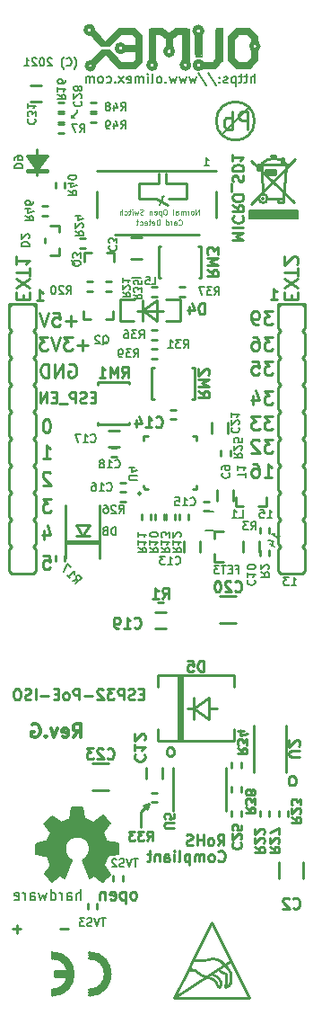
<source format=gbr>
G04 #@! TF.GenerationSoftware,KiCad,Pcbnew,5.1.6-c6e7f7d~87~ubuntu18.04.1*
G04 #@! TF.CreationDate,2021-09-16T13:53:07+03:00*
G04 #@! TF.ProjectId,ESP32-PoE-ISO_Rev_G,45535033-322d-4506-9f45-2d49534f5f52,G*
G04 #@! TF.SameCoordinates,Original*
G04 #@! TF.FileFunction,Legend,Bot*
G04 #@! TF.FilePolarity,Positive*
%FSLAX46Y46*%
G04 Gerber Fmt 4.6, Leading zero omitted, Abs format (unit mm)*
G04 Created by KiCad (PCBNEW 5.1.6-c6e7f7d~87~ubuntu18.04.1) date 2021-09-16 13:53:07*
%MOMM*%
%LPD*%
G01*
G04 APERTURE LIST*
%ADD10C,0.254000*%
%ADD11C,0.203200*%
%ADD12C,0.190500*%
%ADD13C,0.317500*%
%ADD14C,0.300000*%
%ADD15C,0.600000*%
%ADD16C,1.000000*%
%ADD17C,0.150000*%
%ADD18C,0.370000*%
%ADD19C,0.380000*%
%ADD20C,0.400000*%
%ADD21C,0.420000*%
%ADD22C,0.100000*%
%ADD23C,0.700000*%
%ADD24C,0.500000*%
%ADD25C,0.127000*%
%ADD26C,0.200000*%
%ADD27C,0.180000*%
%ADD28C,0.177800*%
%ADD29C,0.125000*%
%ADD30C,0.222250*%
G04 APERTURE END LIST*
D10*
X103378000Y-169037000D02*
X103251000Y-169545000D01*
X103378000Y-169037000D02*
X102870000Y-169164000D01*
X102616000Y-169799000D02*
X103378000Y-169037000D01*
X102616000Y-171196000D02*
X102616000Y-169799000D01*
D11*
X96139000Y-104394000D02*
X96393000Y-104394000D01*
X96139000Y-104394000D02*
X96139000Y-104140000D01*
X96647000Y-103886000D02*
X96647000Y-103632000D01*
X96139000Y-104394000D02*
X96647000Y-103886000D01*
D10*
X95764047Y-180793571D02*
X94989952Y-180793571D01*
X91319047Y-180793571D02*
X90544952Y-180793571D01*
X90932000Y-181180619D02*
X90932000Y-180406523D01*
X93423619Y-145608523D02*
X94028380Y-145608523D01*
X94088857Y-146213285D01*
X94028380Y-146152809D01*
X93907428Y-146092333D01*
X93605047Y-146092333D01*
X93484095Y-146152809D01*
X93423619Y-146213285D01*
X93363142Y-146334238D01*
X93363142Y-146636619D01*
X93423619Y-146757571D01*
X93484095Y-146818047D01*
X93605047Y-146878523D01*
X93907428Y-146878523D01*
X94028380Y-146818047D01*
X94088857Y-146757571D01*
X93484095Y-143237857D02*
X93484095Y-144084523D01*
X93786476Y-142754047D02*
X94088857Y-143661190D01*
X93302666Y-143661190D01*
X94149333Y-140274523D02*
X93363142Y-140274523D01*
X93786476Y-140758333D01*
X93605047Y-140758333D01*
X93484095Y-140818809D01*
X93423619Y-140879285D01*
X93363142Y-141000238D01*
X93363142Y-141302619D01*
X93423619Y-141423571D01*
X93484095Y-141484047D01*
X93605047Y-141544523D01*
X93967904Y-141544523D01*
X94088857Y-141484047D01*
X94149333Y-141423571D01*
X94088857Y-137855476D02*
X94028380Y-137795000D01*
X93907428Y-137734523D01*
X93605047Y-137734523D01*
X93484095Y-137795000D01*
X93423619Y-137855476D01*
X93363142Y-137976428D01*
X93363142Y-138097380D01*
X93423619Y-138278809D01*
X94149333Y-139004523D01*
X93363142Y-139004523D01*
X93363142Y-136464523D02*
X94088857Y-136464523D01*
X93726000Y-136464523D02*
X93726000Y-135194523D01*
X93846952Y-135375952D01*
X93967904Y-135496904D01*
X94088857Y-135557380D01*
X93786476Y-132781523D02*
X93665523Y-132781523D01*
X93544571Y-132842000D01*
X93484095Y-132902476D01*
X93423619Y-133023428D01*
X93363142Y-133265333D01*
X93363142Y-133567714D01*
X93423619Y-133809619D01*
X93484095Y-133930571D01*
X93544571Y-133991047D01*
X93665523Y-134051523D01*
X93786476Y-134051523D01*
X93907428Y-133991047D01*
X93967904Y-133930571D01*
X94028380Y-133809619D01*
X94088857Y-133567714D01*
X94088857Y-133265333D01*
X94028380Y-133023428D01*
X93967904Y-132902476D01*
X93907428Y-132842000D01*
X93786476Y-132781523D01*
X98346380Y-130737428D02*
X98007714Y-130737428D01*
X97862571Y-131269619D02*
X98346380Y-131269619D01*
X98346380Y-130253619D01*
X97862571Y-130253619D01*
X97475523Y-131221238D02*
X97330380Y-131269619D01*
X97088476Y-131269619D01*
X96991714Y-131221238D01*
X96943333Y-131172857D01*
X96894952Y-131076095D01*
X96894952Y-130979333D01*
X96943333Y-130882571D01*
X96991714Y-130834190D01*
X97088476Y-130785809D01*
X97282000Y-130737428D01*
X97378761Y-130689047D01*
X97427142Y-130640666D01*
X97475523Y-130543904D01*
X97475523Y-130447142D01*
X97427142Y-130350380D01*
X97378761Y-130302000D01*
X97282000Y-130253619D01*
X97040095Y-130253619D01*
X96894952Y-130302000D01*
X96459523Y-131269619D02*
X96459523Y-130253619D01*
X96072476Y-130253619D01*
X95975714Y-130302000D01*
X95927333Y-130350380D01*
X95878952Y-130447142D01*
X95878952Y-130592285D01*
X95927333Y-130689047D01*
X95975714Y-130737428D01*
X96072476Y-130785809D01*
X96459523Y-130785809D01*
X95685428Y-131366380D02*
X94911333Y-131366380D01*
X94669428Y-130737428D02*
X94330761Y-130737428D01*
X94185619Y-131269619D02*
X94669428Y-131269619D01*
X94669428Y-130253619D01*
X94185619Y-130253619D01*
X93750190Y-131269619D02*
X93750190Y-130253619D01*
X93169619Y-131269619D01*
X93169619Y-130253619D01*
X95836619Y-127635000D02*
X95957571Y-127574523D01*
X96139000Y-127574523D01*
X96320428Y-127635000D01*
X96441380Y-127755952D01*
X96501857Y-127876904D01*
X96562333Y-128118809D01*
X96562333Y-128300238D01*
X96501857Y-128542142D01*
X96441380Y-128663095D01*
X96320428Y-128784047D01*
X96139000Y-128844523D01*
X96018047Y-128844523D01*
X95836619Y-128784047D01*
X95776142Y-128723571D01*
X95776142Y-128300238D01*
X96018047Y-128300238D01*
X95231857Y-128844523D02*
X95231857Y-127574523D01*
X94506142Y-128844523D01*
X94506142Y-127574523D01*
X93901380Y-128844523D02*
X93901380Y-127574523D01*
X93599000Y-127574523D01*
X93417571Y-127635000D01*
X93296619Y-127755952D01*
X93236142Y-127876904D01*
X93175666Y-128118809D01*
X93175666Y-128300238D01*
X93236142Y-128542142D01*
X93296619Y-128663095D01*
X93417571Y-128784047D01*
X93599000Y-128844523D01*
X93901380Y-128844523D01*
X97614619Y-125820714D02*
X96647000Y-125820714D01*
X97130809Y-126304523D02*
X97130809Y-125336904D01*
X96163190Y-125034523D02*
X95377000Y-125034523D01*
X95800333Y-125518333D01*
X95618904Y-125518333D01*
X95497952Y-125578809D01*
X95437476Y-125639285D01*
X95377000Y-125760238D01*
X95377000Y-126062619D01*
X95437476Y-126183571D01*
X95497952Y-126244047D01*
X95618904Y-126304523D01*
X95981761Y-126304523D01*
X96102714Y-126244047D01*
X96163190Y-126183571D01*
X95014142Y-125034523D02*
X94590809Y-126304523D01*
X94167476Y-125034523D01*
X93865095Y-125034523D02*
X93078904Y-125034523D01*
X93502238Y-125518333D01*
X93320809Y-125518333D01*
X93199857Y-125578809D01*
X93139380Y-125639285D01*
X93078904Y-125760238D01*
X93078904Y-126062619D01*
X93139380Y-126183571D01*
X93199857Y-126244047D01*
X93320809Y-126304523D01*
X93683666Y-126304523D01*
X93804619Y-126244047D01*
X93865095Y-126183571D01*
X96501857Y-123534714D02*
X95534238Y-123534714D01*
X96018047Y-124018523D02*
X96018047Y-123050904D01*
X94324714Y-122748523D02*
X94929476Y-122748523D01*
X94989952Y-123353285D01*
X94929476Y-123292809D01*
X94808523Y-123232333D01*
X94506142Y-123232333D01*
X94385190Y-123292809D01*
X94324714Y-123353285D01*
X94264238Y-123474238D01*
X94264238Y-123776619D01*
X94324714Y-123897571D01*
X94385190Y-123958047D01*
X94506142Y-124018523D01*
X94808523Y-124018523D01*
X94929476Y-123958047D01*
X94989952Y-123897571D01*
X93901380Y-122748523D02*
X93478047Y-124018523D01*
X93054714Y-122748523D01*
D12*
X116858142Y-148426714D02*
X117293571Y-148426714D01*
X117075857Y-148426714D02*
X117075857Y-147664714D01*
X117148428Y-147773571D01*
X117221000Y-147846142D01*
X117293571Y-147882428D01*
X116604142Y-147664714D02*
X116132428Y-147664714D01*
X116386428Y-147955000D01*
X116277571Y-147955000D01*
X116205000Y-147991285D01*
X116168714Y-148027571D01*
X116132428Y-148100142D01*
X116132428Y-148281571D01*
X116168714Y-148354142D01*
X116205000Y-148390428D01*
X116277571Y-148426714D01*
X116495285Y-148426714D01*
X116567857Y-148390428D01*
X116604142Y-148354142D01*
X115560102Y-144191659D02*
X115777817Y-143814567D01*
X115668959Y-144003113D02*
X115009048Y-143622113D01*
X115139607Y-143613693D01*
X115238741Y-143587130D01*
X115306451Y-143542424D01*
X114793590Y-144503298D02*
X115233531Y-144757298D01*
X114632909Y-144201033D02*
X115194989Y-144316054D01*
X114959132Y-144724571D01*
X114572142Y-142076714D02*
X115007571Y-142076714D01*
X114789857Y-142076714D02*
X114789857Y-141314714D01*
X114862428Y-141423571D01*
X114935000Y-141496142D01*
X115007571Y-141532428D01*
X113882714Y-141314714D02*
X114245571Y-141314714D01*
X114281857Y-141677571D01*
X114245571Y-141641285D01*
X114173000Y-141605000D01*
X113991571Y-141605000D01*
X113919000Y-141641285D01*
X113882714Y-141677571D01*
X113846428Y-141750142D01*
X113846428Y-141931571D01*
X113882714Y-142004142D01*
X113919000Y-142040428D01*
X113991571Y-142076714D01*
X114173000Y-142076714D01*
X114245571Y-142040428D01*
X114281857Y-142004142D01*
D10*
X114287904Y-138242523D02*
X115013619Y-138242523D01*
X114650761Y-138242523D02*
X114650761Y-136972523D01*
X114771714Y-137153952D01*
X114892666Y-137274904D01*
X115013619Y-137335380D01*
X113199333Y-136972523D02*
X113441238Y-136972523D01*
X113562190Y-137033000D01*
X113622666Y-137093476D01*
X113743619Y-137274904D01*
X113804095Y-137516809D01*
X113804095Y-138000619D01*
X113743619Y-138121571D01*
X113683142Y-138182047D01*
X113562190Y-138242523D01*
X113320285Y-138242523D01*
X113199333Y-138182047D01*
X113138857Y-138121571D01*
X113078380Y-138000619D01*
X113078380Y-137698238D01*
X113138857Y-137577285D01*
X113199333Y-137516809D01*
X113320285Y-137456333D01*
X113562190Y-137456333D01*
X113683142Y-137516809D01*
X113743619Y-137577285D01*
X113804095Y-137698238D01*
X115074095Y-134686523D02*
X114287904Y-134686523D01*
X114711238Y-135170333D01*
X114529809Y-135170333D01*
X114408857Y-135230809D01*
X114348380Y-135291285D01*
X114287904Y-135412238D01*
X114287904Y-135714619D01*
X114348380Y-135835571D01*
X114408857Y-135896047D01*
X114529809Y-135956523D01*
X114892666Y-135956523D01*
X115013619Y-135896047D01*
X115074095Y-135835571D01*
X113804095Y-134807476D02*
X113743619Y-134747000D01*
X113622666Y-134686523D01*
X113320285Y-134686523D01*
X113199333Y-134747000D01*
X113138857Y-134807476D01*
X113078380Y-134928428D01*
X113078380Y-135049380D01*
X113138857Y-135230809D01*
X113864571Y-135956523D01*
X113078380Y-135956523D01*
X115074095Y-132527523D02*
X114287904Y-132527523D01*
X114711238Y-133011333D01*
X114529809Y-133011333D01*
X114408857Y-133071809D01*
X114348380Y-133132285D01*
X114287904Y-133253238D01*
X114287904Y-133555619D01*
X114348380Y-133676571D01*
X114408857Y-133737047D01*
X114529809Y-133797523D01*
X114892666Y-133797523D01*
X115013619Y-133737047D01*
X115074095Y-133676571D01*
X113864571Y-132527523D02*
X113078380Y-132527523D01*
X113501714Y-133011333D01*
X113320285Y-133011333D01*
X113199333Y-133071809D01*
X113138857Y-133132285D01*
X113078380Y-133253238D01*
X113078380Y-133555619D01*
X113138857Y-133676571D01*
X113199333Y-133737047D01*
X113320285Y-133797523D01*
X113683142Y-133797523D01*
X113804095Y-133737047D01*
X113864571Y-133676571D01*
X115074095Y-130114523D02*
X114287904Y-130114523D01*
X114711238Y-130598333D01*
X114529809Y-130598333D01*
X114408857Y-130658809D01*
X114348380Y-130719285D01*
X114287904Y-130840238D01*
X114287904Y-131142619D01*
X114348380Y-131263571D01*
X114408857Y-131324047D01*
X114529809Y-131384523D01*
X114892666Y-131384523D01*
X115013619Y-131324047D01*
X115074095Y-131263571D01*
X113199333Y-130537857D02*
X113199333Y-131384523D01*
X113501714Y-130054047D02*
X113804095Y-130961190D01*
X113017904Y-130961190D01*
X115074095Y-127320523D02*
X114287904Y-127320523D01*
X114711238Y-127804333D01*
X114529809Y-127804333D01*
X114408857Y-127864809D01*
X114348380Y-127925285D01*
X114287904Y-128046238D01*
X114287904Y-128348619D01*
X114348380Y-128469571D01*
X114408857Y-128530047D01*
X114529809Y-128590523D01*
X114892666Y-128590523D01*
X115013619Y-128530047D01*
X115074095Y-128469571D01*
X113138857Y-127320523D02*
X113743619Y-127320523D01*
X113804095Y-127925285D01*
X113743619Y-127864809D01*
X113622666Y-127804333D01*
X113320285Y-127804333D01*
X113199333Y-127864809D01*
X113138857Y-127925285D01*
X113078380Y-128046238D01*
X113078380Y-128348619D01*
X113138857Y-128469571D01*
X113199333Y-128530047D01*
X113320285Y-128590523D01*
X113622666Y-128590523D01*
X113743619Y-128530047D01*
X113804095Y-128469571D01*
X115074095Y-125034523D02*
X114287904Y-125034523D01*
X114711238Y-125518333D01*
X114529809Y-125518333D01*
X114408857Y-125578809D01*
X114348380Y-125639285D01*
X114287904Y-125760238D01*
X114287904Y-126062619D01*
X114348380Y-126183571D01*
X114408857Y-126244047D01*
X114529809Y-126304523D01*
X114892666Y-126304523D01*
X115013619Y-126244047D01*
X115074095Y-126183571D01*
X113199333Y-125034523D02*
X113441238Y-125034523D01*
X113562190Y-125095000D01*
X113622666Y-125155476D01*
X113743619Y-125336904D01*
X113804095Y-125578809D01*
X113804095Y-126062619D01*
X113743619Y-126183571D01*
X113683142Y-126244047D01*
X113562190Y-126304523D01*
X113320285Y-126304523D01*
X113199333Y-126244047D01*
X113138857Y-126183571D01*
X113078380Y-126062619D01*
X113078380Y-125760238D01*
X113138857Y-125639285D01*
X113199333Y-125578809D01*
X113320285Y-125518333D01*
X113562190Y-125518333D01*
X113683142Y-125578809D01*
X113743619Y-125639285D01*
X113804095Y-125760238D01*
X115074095Y-122621523D02*
X114287904Y-122621523D01*
X114711238Y-123105333D01*
X114529809Y-123105333D01*
X114408857Y-123165809D01*
X114348380Y-123226285D01*
X114287904Y-123347238D01*
X114287904Y-123649619D01*
X114348380Y-123770571D01*
X114408857Y-123831047D01*
X114529809Y-123891523D01*
X114892666Y-123891523D01*
X115013619Y-123831047D01*
X115074095Y-123770571D01*
X113683142Y-123891523D02*
X113441238Y-123891523D01*
X113320285Y-123831047D01*
X113259809Y-123770571D01*
X113138857Y-123589142D01*
X113078380Y-123347238D01*
X113078380Y-122863428D01*
X113138857Y-122742476D01*
X113199333Y-122682000D01*
X113320285Y-122621523D01*
X113562190Y-122621523D01*
X113683142Y-122682000D01*
X113743619Y-122742476D01*
X113804095Y-122863428D01*
X113804095Y-123165809D01*
X113743619Y-123286761D01*
X113683142Y-123347238D01*
X113562190Y-123407714D01*
X113320285Y-123407714D01*
X113199333Y-123347238D01*
X113138857Y-123286761D01*
X113078380Y-123165809D01*
D12*
X108621285Y-108929714D02*
X109056714Y-108929714D01*
X108839000Y-108929714D02*
X108839000Y-108167714D01*
X108911571Y-108276571D01*
X108984142Y-108349142D01*
X109056714Y-108385428D01*
D10*
X109933619Y-174352857D02*
X109982000Y-174401238D01*
X110127142Y-174449619D01*
X110223904Y-174449619D01*
X110369047Y-174401238D01*
X110465809Y-174304476D01*
X110514190Y-174207714D01*
X110562571Y-174014190D01*
X110562571Y-173869047D01*
X110514190Y-173675523D01*
X110465809Y-173578761D01*
X110369047Y-173482000D01*
X110223904Y-173433619D01*
X110127142Y-173433619D01*
X109982000Y-173482000D01*
X109933619Y-173530380D01*
X109353047Y-174449619D02*
X109449809Y-174401238D01*
X109498190Y-174352857D01*
X109546571Y-174256095D01*
X109546571Y-173965809D01*
X109498190Y-173869047D01*
X109449809Y-173820666D01*
X109353047Y-173772285D01*
X109207904Y-173772285D01*
X109111142Y-173820666D01*
X109062761Y-173869047D01*
X109014380Y-173965809D01*
X109014380Y-174256095D01*
X109062761Y-174352857D01*
X109111142Y-174401238D01*
X109207904Y-174449619D01*
X109353047Y-174449619D01*
X108578952Y-174449619D02*
X108578952Y-173772285D01*
X108578952Y-173869047D02*
X108530571Y-173820666D01*
X108433809Y-173772285D01*
X108288666Y-173772285D01*
X108191904Y-173820666D01*
X108143523Y-173917428D01*
X108143523Y-174449619D01*
X108143523Y-173917428D02*
X108095142Y-173820666D01*
X107998380Y-173772285D01*
X107853238Y-173772285D01*
X107756476Y-173820666D01*
X107708095Y-173917428D01*
X107708095Y-174449619D01*
X107224285Y-173772285D02*
X107224285Y-174788285D01*
X107224285Y-173820666D02*
X107127523Y-173772285D01*
X106934000Y-173772285D01*
X106837238Y-173820666D01*
X106788857Y-173869047D01*
X106740476Y-173965809D01*
X106740476Y-174256095D01*
X106788857Y-174352857D01*
X106837238Y-174401238D01*
X106934000Y-174449619D01*
X107127523Y-174449619D01*
X107224285Y-174401238D01*
X106159904Y-174449619D02*
X106256666Y-174401238D01*
X106305047Y-174304476D01*
X106305047Y-173433619D01*
X105772857Y-174449619D02*
X105772857Y-173772285D01*
X105772857Y-173433619D02*
X105821238Y-173482000D01*
X105772857Y-173530380D01*
X105724476Y-173482000D01*
X105772857Y-173433619D01*
X105772857Y-173530380D01*
X104853619Y-174449619D02*
X104853619Y-173917428D01*
X104902000Y-173820666D01*
X104998761Y-173772285D01*
X105192285Y-173772285D01*
X105289047Y-173820666D01*
X104853619Y-174401238D02*
X104950380Y-174449619D01*
X105192285Y-174449619D01*
X105289047Y-174401238D01*
X105337428Y-174304476D01*
X105337428Y-174207714D01*
X105289047Y-174110952D01*
X105192285Y-174062571D01*
X104950380Y-174062571D01*
X104853619Y-174014190D01*
X104369809Y-173772285D02*
X104369809Y-174449619D01*
X104369809Y-173869047D02*
X104321428Y-173820666D01*
X104224666Y-173772285D01*
X104079523Y-173772285D01*
X103982761Y-173820666D01*
X103934380Y-173917428D01*
X103934380Y-174449619D01*
X103595714Y-173772285D02*
X103208666Y-173772285D01*
X103450571Y-173433619D02*
X103450571Y-174304476D01*
X103402190Y-174401238D01*
X103305428Y-174449619D01*
X103208666Y-174449619D01*
X109873142Y-172925619D02*
X110211809Y-172441809D01*
X110453714Y-172925619D02*
X110453714Y-171909619D01*
X110066666Y-171909619D01*
X109969904Y-171958000D01*
X109921523Y-172006380D01*
X109873142Y-172103142D01*
X109873142Y-172248285D01*
X109921523Y-172345047D01*
X109969904Y-172393428D01*
X110066666Y-172441809D01*
X110453714Y-172441809D01*
X109292571Y-172925619D02*
X109389333Y-172877238D01*
X109437714Y-172828857D01*
X109486095Y-172732095D01*
X109486095Y-172441809D01*
X109437714Y-172345047D01*
X109389333Y-172296666D01*
X109292571Y-172248285D01*
X109147428Y-172248285D01*
X109050666Y-172296666D01*
X109002285Y-172345047D01*
X108953904Y-172441809D01*
X108953904Y-172732095D01*
X109002285Y-172828857D01*
X109050666Y-172877238D01*
X109147428Y-172925619D01*
X109292571Y-172925619D01*
X108518476Y-172925619D02*
X108518476Y-171909619D01*
X108518476Y-172393428D02*
X107937904Y-172393428D01*
X107937904Y-172925619D02*
X107937904Y-171909619D01*
X107502476Y-172877238D02*
X107357333Y-172925619D01*
X107115428Y-172925619D01*
X107018666Y-172877238D01*
X106970285Y-172828857D01*
X106921904Y-172732095D01*
X106921904Y-172635333D01*
X106970285Y-172538571D01*
X107018666Y-172490190D01*
X107115428Y-172441809D01*
X107308952Y-172393428D01*
X107405714Y-172345047D01*
X107454095Y-172296666D01*
X107502476Y-172199904D01*
X107502476Y-172103142D01*
X107454095Y-172006380D01*
X107405714Y-171958000D01*
X107308952Y-171909619D01*
X107067047Y-171909619D01*
X106921904Y-171958000D01*
X114898714Y-121490619D02*
X115479285Y-121490619D01*
X115189000Y-121490619D02*
X115189000Y-120474619D01*
X115285761Y-120619761D01*
X115382523Y-120716523D01*
X115479285Y-120764904D01*
X92800714Y-121617619D02*
X93381285Y-121617619D01*
X93091000Y-121617619D02*
X93091000Y-120601619D01*
X93187761Y-120746761D01*
X93284523Y-120843523D01*
X93381285Y-120891904D01*
X102894190Y-158677428D02*
X102555523Y-158677428D01*
X102410380Y-159209619D02*
X102894190Y-159209619D01*
X102894190Y-158193619D01*
X102410380Y-158193619D01*
X102023333Y-159161238D02*
X101878190Y-159209619D01*
X101636285Y-159209619D01*
X101539523Y-159161238D01*
X101491142Y-159112857D01*
X101442761Y-159016095D01*
X101442761Y-158919333D01*
X101491142Y-158822571D01*
X101539523Y-158774190D01*
X101636285Y-158725809D01*
X101829809Y-158677428D01*
X101926571Y-158629047D01*
X101974952Y-158580666D01*
X102023333Y-158483904D01*
X102023333Y-158387142D01*
X101974952Y-158290380D01*
X101926571Y-158242000D01*
X101829809Y-158193619D01*
X101587904Y-158193619D01*
X101442761Y-158242000D01*
X101007333Y-159209619D02*
X101007333Y-158193619D01*
X100620285Y-158193619D01*
X100523523Y-158242000D01*
X100475142Y-158290380D01*
X100426761Y-158387142D01*
X100426761Y-158532285D01*
X100475142Y-158629047D01*
X100523523Y-158677428D01*
X100620285Y-158725809D01*
X101007333Y-158725809D01*
X100088095Y-158193619D02*
X99459142Y-158193619D01*
X99797809Y-158580666D01*
X99652666Y-158580666D01*
X99555904Y-158629047D01*
X99507523Y-158677428D01*
X99459142Y-158774190D01*
X99459142Y-159016095D01*
X99507523Y-159112857D01*
X99555904Y-159161238D01*
X99652666Y-159209619D01*
X99942952Y-159209619D01*
X100039714Y-159161238D01*
X100088095Y-159112857D01*
X99072095Y-158290380D02*
X99023714Y-158242000D01*
X98926952Y-158193619D01*
X98685047Y-158193619D01*
X98588285Y-158242000D01*
X98539904Y-158290380D01*
X98491523Y-158387142D01*
X98491523Y-158483904D01*
X98539904Y-158629047D01*
X99120476Y-159209619D01*
X98491523Y-159209619D01*
X98056095Y-158822571D02*
X97282000Y-158822571D01*
X96798190Y-159209619D02*
X96798190Y-158193619D01*
X96411142Y-158193619D01*
X96314380Y-158242000D01*
X96266000Y-158290380D01*
X96217619Y-158387142D01*
X96217619Y-158532285D01*
X96266000Y-158629047D01*
X96314380Y-158677428D01*
X96411142Y-158725809D01*
X96798190Y-158725809D01*
X95637047Y-159209619D02*
X95733809Y-159161238D01*
X95782190Y-159112857D01*
X95830571Y-159016095D01*
X95830571Y-158725809D01*
X95782190Y-158629047D01*
X95733809Y-158580666D01*
X95637047Y-158532285D01*
X95491904Y-158532285D01*
X95395142Y-158580666D01*
X95346761Y-158629047D01*
X95298380Y-158725809D01*
X95298380Y-159016095D01*
X95346761Y-159112857D01*
X95395142Y-159161238D01*
X95491904Y-159209619D01*
X95637047Y-159209619D01*
X94862952Y-158677428D02*
X94524285Y-158677428D01*
X94379142Y-159209619D02*
X94862952Y-159209619D01*
X94862952Y-158193619D01*
X94379142Y-158193619D01*
X93943714Y-158822571D02*
X93169619Y-158822571D01*
X92685809Y-159209619D02*
X92685809Y-158193619D01*
X92250380Y-159161238D02*
X92105238Y-159209619D01*
X91863333Y-159209619D01*
X91766571Y-159161238D01*
X91718190Y-159112857D01*
X91669809Y-159016095D01*
X91669809Y-158919333D01*
X91718190Y-158822571D01*
X91766571Y-158774190D01*
X91863333Y-158725809D01*
X92056857Y-158677428D01*
X92153619Y-158629047D01*
X92202000Y-158580666D01*
X92250380Y-158483904D01*
X92250380Y-158387142D01*
X92202000Y-158290380D01*
X92153619Y-158242000D01*
X92056857Y-158193619D01*
X91814952Y-158193619D01*
X91669809Y-158242000D01*
X91040857Y-158193619D02*
X90847333Y-158193619D01*
X90750571Y-158242000D01*
X90653809Y-158338761D01*
X90605428Y-158532285D01*
X90605428Y-158870952D01*
X90653809Y-159064476D01*
X90750571Y-159161238D01*
X90847333Y-159209619D01*
X91040857Y-159209619D01*
X91137619Y-159161238D01*
X91234380Y-159064476D01*
X91282761Y-158870952D01*
X91282761Y-158532285D01*
X91234380Y-158338761D01*
X91137619Y-158242000D01*
X91040857Y-158193619D01*
D13*
X96250880Y-162753523D02*
X96674214Y-162148761D01*
X96976595Y-162753523D02*
X96976595Y-161483523D01*
X96492785Y-161483523D01*
X96371833Y-161544000D01*
X96311357Y-161604476D01*
X96250880Y-161725428D01*
X96250880Y-161906857D01*
X96311357Y-162027809D01*
X96371833Y-162088285D01*
X96492785Y-162148761D01*
X96976595Y-162148761D01*
X95222785Y-162693047D02*
X95343738Y-162753523D01*
X95585642Y-162753523D01*
X95706595Y-162693047D01*
X95767071Y-162572095D01*
X95767071Y-162088285D01*
X95706595Y-161967333D01*
X95585642Y-161906857D01*
X95343738Y-161906857D01*
X95222785Y-161967333D01*
X95162309Y-162088285D01*
X95162309Y-162209238D01*
X95767071Y-162330190D01*
X94738976Y-161906857D02*
X94436595Y-162753523D01*
X94134214Y-161906857D01*
X93650404Y-162632571D02*
X93589928Y-162693047D01*
X93650404Y-162753523D01*
X93710880Y-162693047D01*
X93650404Y-162632571D01*
X93650404Y-162753523D01*
X92380404Y-161544000D02*
X92501357Y-161483523D01*
X92682785Y-161483523D01*
X92864214Y-161544000D01*
X92985166Y-161664952D01*
X93045642Y-161785904D01*
X93106119Y-162027809D01*
X93106119Y-162209238D01*
X93045642Y-162451142D01*
X92985166Y-162572095D01*
X92864214Y-162693047D01*
X92682785Y-162753523D01*
X92561833Y-162753523D01*
X92380404Y-162693047D01*
X92319928Y-162632571D01*
X92319928Y-162209238D01*
X92561833Y-162209238D01*
D12*
X96338571Y-99822000D02*
X96374857Y-99785714D01*
X96447428Y-99676857D01*
X96483714Y-99604285D01*
X96520000Y-99495428D01*
X96556285Y-99314000D01*
X96556285Y-99168857D01*
X96520000Y-98987428D01*
X96483714Y-98878571D01*
X96447428Y-98806000D01*
X96374857Y-98697142D01*
X96338571Y-98660857D01*
X95612857Y-99459142D02*
X95649142Y-99495428D01*
X95758000Y-99531714D01*
X95830571Y-99531714D01*
X95939428Y-99495428D01*
X96012000Y-99422857D01*
X96048285Y-99350285D01*
X96084571Y-99205142D01*
X96084571Y-99096285D01*
X96048285Y-98951142D01*
X96012000Y-98878571D01*
X95939428Y-98806000D01*
X95830571Y-98769714D01*
X95758000Y-98769714D01*
X95649142Y-98806000D01*
X95612857Y-98842285D01*
X95358857Y-99822000D02*
X95322571Y-99785714D01*
X95250000Y-99676857D01*
X95213714Y-99604285D01*
X95177428Y-99495428D01*
X95141142Y-99314000D01*
X95141142Y-99168857D01*
X95177428Y-98987428D01*
X95213714Y-98878571D01*
X95250000Y-98806000D01*
X95322571Y-98697142D01*
X95358857Y-98660857D01*
X94234000Y-98842285D02*
X94197714Y-98806000D01*
X94125142Y-98769714D01*
X93943714Y-98769714D01*
X93871142Y-98806000D01*
X93834857Y-98842285D01*
X93798571Y-98914857D01*
X93798571Y-98987428D01*
X93834857Y-99096285D01*
X94270285Y-99531714D01*
X93798571Y-99531714D01*
X93326857Y-98769714D02*
X93254285Y-98769714D01*
X93181714Y-98806000D01*
X93145428Y-98842285D01*
X93109142Y-98914857D01*
X93072857Y-99060000D01*
X93072857Y-99241428D01*
X93109142Y-99386571D01*
X93145428Y-99459142D01*
X93181714Y-99495428D01*
X93254285Y-99531714D01*
X93326857Y-99531714D01*
X93399428Y-99495428D01*
X93435714Y-99459142D01*
X93472000Y-99386571D01*
X93508285Y-99241428D01*
X93508285Y-99060000D01*
X93472000Y-98914857D01*
X93435714Y-98842285D01*
X93399428Y-98806000D01*
X93326857Y-98769714D01*
X92782571Y-98842285D02*
X92746285Y-98806000D01*
X92673714Y-98769714D01*
X92492285Y-98769714D01*
X92419714Y-98806000D01*
X92383428Y-98842285D01*
X92347142Y-98914857D01*
X92347142Y-98987428D01*
X92383428Y-99096285D01*
X92818857Y-99531714D01*
X92347142Y-99531714D01*
X91621428Y-99531714D02*
X92056857Y-99531714D01*
X91839142Y-99531714D02*
X91839142Y-98769714D01*
X91911714Y-98878571D01*
X91984285Y-98951142D01*
X92056857Y-98987428D01*
X113389833Y-101113166D02*
X113389833Y-100224166D01*
X113008833Y-101113166D02*
X113008833Y-100647500D01*
X113051166Y-100562833D01*
X113135833Y-100520500D01*
X113262833Y-100520500D01*
X113347500Y-100562833D01*
X113389833Y-100605166D01*
X112712500Y-100520500D02*
X112373833Y-100520500D01*
X112585500Y-100224166D02*
X112585500Y-100986166D01*
X112543166Y-101070833D01*
X112458500Y-101113166D01*
X112373833Y-101113166D01*
X112204500Y-100520500D02*
X111865833Y-100520500D01*
X112077500Y-100224166D02*
X112077500Y-100986166D01*
X112035166Y-101070833D01*
X111950500Y-101113166D01*
X111865833Y-101113166D01*
X111569500Y-100520500D02*
X111569500Y-101409500D01*
X111569500Y-100562833D02*
X111484833Y-100520500D01*
X111315500Y-100520500D01*
X111230833Y-100562833D01*
X111188500Y-100605166D01*
X111146166Y-100689833D01*
X111146166Y-100943833D01*
X111188500Y-101028500D01*
X111230833Y-101070833D01*
X111315500Y-101113166D01*
X111484833Y-101113166D01*
X111569500Y-101070833D01*
X110807500Y-101070833D02*
X110722833Y-101113166D01*
X110553500Y-101113166D01*
X110468833Y-101070833D01*
X110426500Y-100986166D01*
X110426500Y-100943833D01*
X110468833Y-100859166D01*
X110553500Y-100816833D01*
X110680500Y-100816833D01*
X110765166Y-100774500D01*
X110807500Y-100689833D01*
X110807500Y-100647500D01*
X110765166Y-100562833D01*
X110680500Y-100520500D01*
X110553500Y-100520500D01*
X110468833Y-100562833D01*
X110045500Y-101028500D02*
X110003166Y-101070833D01*
X110045500Y-101113166D01*
X110087833Y-101070833D01*
X110045500Y-101028500D01*
X110045500Y-101113166D01*
X110045500Y-100562833D02*
X110003166Y-100605166D01*
X110045500Y-100647500D01*
X110087833Y-100605166D01*
X110045500Y-100562833D01*
X110045500Y-100647500D01*
X108987166Y-100181833D02*
X109749166Y-101324833D01*
X108055833Y-100181833D02*
X108817833Y-101324833D01*
X107844166Y-100520500D02*
X107674833Y-101113166D01*
X107505500Y-100689833D01*
X107336166Y-101113166D01*
X107166833Y-100520500D01*
X106912833Y-100520500D02*
X106743500Y-101113166D01*
X106574166Y-100689833D01*
X106404833Y-101113166D01*
X106235500Y-100520500D01*
X105981500Y-100520500D02*
X105812166Y-101113166D01*
X105642833Y-100689833D01*
X105473500Y-101113166D01*
X105304166Y-100520500D01*
X104965500Y-101028500D02*
X104923166Y-101070833D01*
X104965500Y-101113166D01*
X105007833Y-101070833D01*
X104965500Y-101028500D01*
X104965500Y-101113166D01*
X104415166Y-101113166D02*
X104499833Y-101070833D01*
X104542166Y-101028500D01*
X104584500Y-100943833D01*
X104584500Y-100689833D01*
X104542166Y-100605166D01*
X104499833Y-100562833D01*
X104415166Y-100520500D01*
X104288166Y-100520500D01*
X104203500Y-100562833D01*
X104161166Y-100605166D01*
X104118833Y-100689833D01*
X104118833Y-100943833D01*
X104161166Y-101028500D01*
X104203500Y-101070833D01*
X104288166Y-101113166D01*
X104415166Y-101113166D01*
X103610833Y-101113166D02*
X103695500Y-101070833D01*
X103737833Y-100986166D01*
X103737833Y-100224166D01*
X103272166Y-101113166D02*
X103272166Y-100520500D01*
X103272166Y-100224166D02*
X103314500Y-100266500D01*
X103272166Y-100308833D01*
X103229833Y-100266500D01*
X103272166Y-100224166D01*
X103272166Y-100308833D01*
X102848833Y-101113166D02*
X102848833Y-100520500D01*
X102848833Y-100605166D02*
X102806500Y-100562833D01*
X102721833Y-100520500D01*
X102594833Y-100520500D01*
X102510166Y-100562833D01*
X102467833Y-100647500D01*
X102467833Y-101113166D01*
X102467833Y-100647500D02*
X102425500Y-100562833D01*
X102340833Y-100520500D01*
X102213833Y-100520500D01*
X102129166Y-100562833D01*
X102086833Y-100647500D01*
X102086833Y-101113166D01*
X101324833Y-101070833D02*
X101409500Y-101113166D01*
X101578833Y-101113166D01*
X101663500Y-101070833D01*
X101705833Y-100986166D01*
X101705833Y-100647500D01*
X101663500Y-100562833D01*
X101578833Y-100520500D01*
X101409500Y-100520500D01*
X101324833Y-100562833D01*
X101282500Y-100647500D01*
X101282500Y-100732166D01*
X101705833Y-100816833D01*
X100986166Y-101113166D02*
X100520500Y-100520500D01*
X100986166Y-100520500D02*
X100520500Y-101113166D01*
X100181833Y-101028500D02*
X100139500Y-101070833D01*
X100181833Y-101113166D01*
X100224166Y-101070833D01*
X100181833Y-101028500D01*
X100181833Y-101113166D01*
X99377500Y-101070833D02*
X99462166Y-101113166D01*
X99631500Y-101113166D01*
X99716166Y-101070833D01*
X99758500Y-101028500D01*
X99800833Y-100943833D01*
X99800833Y-100689833D01*
X99758500Y-100605166D01*
X99716166Y-100562833D01*
X99631500Y-100520500D01*
X99462166Y-100520500D01*
X99377500Y-100562833D01*
X98869500Y-101113166D02*
X98954166Y-101070833D01*
X98996500Y-101028500D01*
X99038833Y-100943833D01*
X99038833Y-100689833D01*
X98996500Y-100605166D01*
X98954166Y-100562833D01*
X98869500Y-100520500D01*
X98742500Y-100520500D01*
X98657833Y-100562833D01*
X98615500Y-100605166D01*
X98573166Y-100689833D01*
X98573166Y-100943833D01*
X98615500Y-101028500D01*
X98657833Y-101070833D01*
X98742500Y-101113166D01*
X98869500Y-101113166D01*
X98192166Y-101113166D02*
X98192166Y-100520500D01*
X98192166Y-100605166D02*
X98149833Y-100562833D01*
X98065166Y-100520500D01*
X97938166Y-100520500D01*
X97853500Y-100562833D01*
X97811166Y-100647500D01*
X97811166Y-101113166D01*
X97811166Y-100647500D02*
X97768833Y-100562833D01*
X97684166Y-100520500D01*
X97557166Y-100520500D01*
X97472500Y-100562833D01*
X97430166Y-100647500D01*
X97430166Y-101113166D01*
D10*
X97762000Y-183039000D02*
X97762000Y-183539000D01*
X97762000Y-186539000D02*
X97762000Y-187039000D01*
X94262000Y-186539000D02*
X94262000Y-187039000D01*
X94262000Y-183039000D02*
X94262000Y-183539000D01*
X95762000Y-184789000D02*
X94512000Y-184789000D01*
X94512000Y-184789000D02*
X94512000Y-185289000D01*
X94512000Y-185289000D02*
X95762000Y-185289000D01*
X94512000Y-185039000D02*
X95762000Y-185039000D01*
X97762000Y-186539000D02*
G75*
G03*
X97762000Y-183539000I0J1500000D01*
G01*
X97762000Y-187039000D02*
G75*
G03*
X97762000Y-183039000I0J2000000D01*
G01*
D14*
X97811980Y-186789000D02*
G75*
G03*
X97812000Y-183289000I-49980J1750000D01*
G01*
D10*
X94262000Y-186539000D02*
G75*
G03*
X94262000Y-183539000I0J1500000D01*
G01*
D14*
X94311980Y-186789000D02*
G75*
G03*
X94312000Y-183289000I-49980J1750000D01*
G01*
D10*
X94262000Y-187039000D02*
G75*
G03*
X94262000Y-183039000I0J2000000D01*
G01*
X93218000Y-101346000D02*
X92202000Y-101346000D01*
X93218000Y-102870000D02*
X92202000Y-102870000D01*
X98171000Y-102933500D02*
X98425000Y-102933500D01*
X98171000Y-102933500D02*
X97917000Y-102933500D01*
X98171000Y-103822500D02*
X97917000Y-103822500D01*
X98171000Y-103822500D02*
X98425000Y-103822500D01*
X99568000Y-165227000D02*
X98044000Y-165227000D01*
X99568000Y-167767000D02*
X98044000Y-167767000D01*
X111633000Y-149479000D02*
X110109000Y-149479000D01*
X111633000Y-152019000D02*
X110109000Y-152019000D01*
D15*
X106323000Y-162920000D02*
X106323000Y-157120000D01*
D10*
X104223000Y-163120000D02*
X111423000Y-163120000D01*
X111423000Y-156920000D02*
X104223000Y-156920000D01*
X109023000Y-159020000D02*
X109023000Y-161020000D01*
X109023000Y-161020000D02*
X107623000Y-160020000D01*
X109023000Y-159020000D02*
X107623000Y-160020000D01*
X107623000Y-159020000D02*
X107623000Y-161020000D01*
X104223000Y-163120000D02*
X104223000Y-162020000D01*
X104223000Y-156920000D02*
X104223000Y-158020000D01*
X111423000Y-163120000D02*
X111423000Y-162020000D01*
X111423000Y-156920000D02*
X111423000Y-158020000D01*
X107623000Y-160020000D02*
X107023000Y-160020000D01*
X109023000Y-160020000D02*
X109823000Y-160020000D01*
X95440500Y-145923000D02*
X95440500Y-146177000D01*
X95440500Y-145923000D02*
X95440500Y-145669000D01*
X94551500Y-145923000D02*
X94551500Y-145669000D01*
X94551500Y-145923000D02*
X94551500Y-146177000D01*
X109347000Y-180213000D02*
X112903000Y-187325000D01*
X112903000Y-187325000D02*
X105791000Y-187325000D01*
X105791000Y-187325000D02*
X107124500Y-184658000D01*
X107124500Y-184658000D02*
X107569000Y-183769000D01*
X107569000Y-183769000D02*
X109347000Y-180213000D01*
X111125000Y-183832500D02*
X105791000Y-187325000D01*
X108750100Y-183769000D02*
X107569000Y-183769000D01*
X107124500Y-184658000D02*
X107442000Y-184658000D01*
X110109000Y-186245500D02*
X109956600Y-186245500D01*
X111061500Y-184848500D02*
X111061500Y-185928000D01*
X110617000Y-186245500D02*
X110617000Y-186118500D01*
X110680500Y-186055000D02*
X110680500Y-185039000D01*
X110680500Y-186055000D02*
X110744000Y-186055000D01*
X108966721Y-183705678D02*
G75*
G02*
X110553500Y-184213500I466639J-1274902D01*
G01*
X108965915Y-183707114D02*
G75*
G02*
X108750100Y-183769000I-182795J230214D01*
G01*
X107441301Y-184658474D02*
G75*
G02*
X107950000Y-184848500I64199J-604046D01*
G01*
X108772461Y-185294576D02*
G75*
G02*
X107950000Y-184848500I147819J1253796D01*
G01*
X109284708Y-185040166D02*
G75*
G02*
X110236000Y-185801000I-285688J-1332334D01*
G01*
X109346915Y-185484965D02*
G75*
G02*
X109918500Y-186245500I-284395J-808795D01*
G01*
X108907275Y-185357493D02*
G75*
G02*
X109347000Y-185483500I-825195J-3709947D01*
G01*
X110235967Y-186118600D02*
G75*
G02*
X110109000Y-186245500I-190467J63600D01*
G01*
X110235068Y-185801674D02*
G75*
G02*
X110236000Y-186118500I-316568J-159346D01*
G01*
X110678935Y-185040845D02*
G75*
G02*
X109982000Y-184594500I153965J1007685D01*
G01*
X110869549Y-184531142D02*
G75*
G02*
X110553500Y-184213500I478971J792622D01*
G01*
X110872048Y-184532575D02*
G75*
G02*
X111061500Y-184848500I-168688J-315925D01*
G01*
X111061500Y-185928000D02*
G75*
G02*
X110680500Y-186309000I-381000J0D01*
G01*
X110678071Y-186311545D02*
G75*
G02*
X110617000Y-186245500I2429J63505D01*
G01*
X110617000Y-186118500D02*
G75*
G02*
X110680500Y-186055000I63500J0D01*
G01*
X110744000Y-186055000D02*
G75*
G02*
X110871000Y-186182000I0J-127000D01*
G01*
X95123000Y-103949500D02*
X95377000Y-103949500D01*
X95123000Y-103949500D02*
X94869000Y-103949500D01*
X95123000Y-104838500D02*
X94869000Y-104838500D01*
X95123000Y-104838500D02*
X95377000Y-104838500D01*
X95123000Y-102933500D02*
X95377000Y-102933500D01*
X95123000Y-102933500D02*
X94869000Y-102933500D01*
X95123000Y-103822500D02*
X94869000Y-103822500D01*
X95123000Y-103822500D02*
X95377000Y-103822500D01*
X95123000Y-105854500D02*
X94869000Y-105854500D01*
X95123000Y-105854500D02*
X95377000Y-105854500D01*
X95123000Y-104965500D02*
X95377000Y-104965500D01*
X95123000Y-104965500D02*
X94869000Y-104965500D01*
X104013000Y-151003000D02*
X105029000Y-151003000D01*
X104013000Y-152527000D02*
X105029000Y-152527000D01*
D16*
X95483680Y-174421800D02*
X95150940Y-175153320D01*
X95483680Y-174513240D02*
X94302580Y-175526700D01*
X95369380Y-174376080D02*
X94752160Y-174703740D01*
X95049340Y-173956980D02*
X94439740Y-174063660D01*
X94213680Y-172798740D02*
X94935040Y-172946060D01*
X94454980Y-172105320D02*
X95110300Y-172471080D01*
X95323660Y-171236640D02*
X95742760Y-171823380D01*
X95910400Y-170985180D02*
X96131380Y-171670980D01*
X97175320Y-170969940D02*
X97007680Y-171579540D01*
X97609660Y-171229020D02*
X97434400Y-171587160D01*
X98607880Y-172006260D02*
X98150680Y-172295820D01*
X98783140Y-172486320D02*
X98341180Y-172646340D01*
X99108260Y-173730920D02*
X98402140Y-173603920D01*
X98859340Y-174376080D02*
X98295460Y-173896020D01*
X98193860Y-175275240D02*
X97828100Y-174513240D01*
X93403420Y-173222920D02*
X94871540Y-173309280D01*
X94394020Y-171038520D02*
X95506540Y-172105320D01*
X96659700Y-169981880D02*
X96654620Y-171495720D01*
X98920300Y-170957240D02*
X97858580Y-172064680D01*
X99905820Y-173243240D02*
X98488500Y-173182280D01*
X98869500Y-175447960D02*
X98016060Y-174426880D01*
D17*
X97853500Y-174017940D02*
X97546160Y-174284640D01*
X98183700Y-171104560D02*
X97200720Y-170611800D01*
X96004380Y-174609760D02*
X96126300Y-174325280D01*
X95867220Y-174155100D02*
X96121220Y-174320200D01*
X97368360Y-174152560D02*
X97142300Y-174327820D01*
X97736660Y-174038260D02*
X97477580Y-174376080D01*
X97960180Y-173817280D02*
X97866200Y-173987460D01*
X97960180Y-173817280D02*
X97866200Y-173987460D01*
X98097340Y-172963840D02*
X97965260Y-173786800D01*
X97673160Y-172227240D02*
X98092260Y-172958760D01*
X96801940Y-171797980D02*
X97673160Y-172227240D01*
X95986600Y-171965620D02*
X96801940Y-171805600D01*
X95476060Y-172394880D02*
X95986600Y-171965620D01*
X95242380Y-173067980D02*
X95476060Y-172394880D01*
X95247460Y-173573440D02*
X95247460Y-173055280D01*
X95623380Y-174284640D02*
X95247460Y-173573440D01*
X95801180Y-174406560D02*
X95623380Y-174284640D01*
X99072700Y-170385740D02*
X98188780Y-171107100D01*
X98828860Y-171739560D02*
X99430840Y-170830240D01*
X98833940Y-171734480D02*
X99220020Y-172732700D01*
X100363020Y-173001940D02*
X99247960Y-172755560D01*
X100220780Y-172946060D02*
X100220780Y-173596300D01*
X95844360Y-174348140D02*
X95316040Y-175729900D01*
X95453200Y-176027080D02*
X95839280Y-175046640D01*
X94924880Y-175699420D02*
X95453200Y-176027080D01*
X94241620Y-176032160D02*
X95062040Y-175503840D01*
X95105220Y-175727360D02*
X94228920Y-176347120D01*
X94218760Y-176342040D02*
X93535500Y-175651160D01*
X93822520Y-175567340D02*
X94307660Y-176098200D01*
X93789500Y-173931580D02*
X94170500Y-174912020D01*
X93893640Y-173964600D02*
X92770960Y-173753780D01*
X92755720Y-172775880D02*
X92758260Y-173733460D01*
X92839540Y-173517560D02*
X93946980Y-173741080D01*
X94142560Y-171747180D02*
X93776800Y-172615860D01*
X93527880Y-170865800D02*
X94231460Y-171856400D01*
X94226380Y-170167300D02*
X93532960Y-170858180D01*
X95242380Y-170842940D02*
X94231460Y-170169840D01*
X95928180Y-170456860D02*
X95123000Y-170794680D01*
X96144080Y-169367200D02*
X95918020Y-170538140D01*
X97109280Y-169367200D02*
X96144080Y-169367200D01*
X97119440Y-169374820D02*
X97320100Y-170400980D01*
X98107500Y-170769280D02*
X97203260Y-170390820D01*
X99042220Y-170121580D02*
X98071940Y-170837860D01*
X99728020Y-170837860D02*
X99054920Y-170124120D01*
X99707700Y-170873420D02*
X99113340Y-171726860D01*
X99446080Y-172557440D02*
X99110800Y-171724320D01*
X100515420Y-172755560D02*
X99344480Y-172552360D01*
X100512880Y-172758100D02*
X100512880Y-173743620D01*
X100512880Y-173751240D02*
X99441000Y-173946820D01*
X99750880Y-175658780D02*
X99153980Y-174795180D01*
X99021900Y-176354740D02*
X99743260Y-175661320D01*
X98188780Y-175783240D02*
X99014280Y-176347120D01*
X98176080Y-175793400D02*
X97830640Y-176014380D01*
X97792540Y-175996600D02*
X97142300Y-174327820D01*
D18*
X94226380Y-176187100D02*
X93672660Y-175641000D01*
X94292420Y-174746920D02*
X93672660Y-175633380D01*
X95415100Y-175813720D02*
X95989140Y-174373540D01*
X95077280Y-175628300D02*
X95415100Y-175813720D01*
X94241620Y-176194720D02*
X95077280Y-175628300D01*
X93886020Y-173835060D02*
X94292420Y-174746920D01*
X92872560Y-173664880D02*
X93886020Y-173835060D01*
X92872560Y-172829220D02*
X92872560Y-173664880D01*
X93954600Y-172600620D02*
X92872560Y-172829220D01*
X94294960Y-171663360D02*
X93954600Y-172600620D01*
X93677740Y-170873420D02*
X94294960Y-171663360D01*
X94231460Y-170324780D02*
X93677740Y-170870880D01*
X95135700Y-170957240D02*
X94231460Y-170322800D01*
X96050100Y-170512740D02*
X95148400Y-170962320D01*
X96263460Y-169494200D02*
X96050100Y-170512740D01*
X97030540Y-169473880D02*
X96245680Y-169473880D01*
X97022920Y-169486580D02*
X97228660Y-170500040D01*
X98127820Y-170926760D02*
X97282000Y-170520360D01*
X99016820Y-170284140D02*
X98188780Y-170936920D01*
D19*
X99565460Y-170842940D02*
X99065080Y-170309540D01*
D18*
X99555300Y-170865800D02*
X98999040Y-171716700D01*
X99326700Y-172633640D02*
X98978720Y-171767500D01*
X100375720Y-172849540D02*
X99357180Y-172669200D01*
D19*
X100363020Y-172862240D02*
X100368100Y-173649640D01*
D18*
X100373180Y-173639480D02*
X99423220Y-173857920D01*
X99395280Y-173880780D02*
X99037140Y-174764700D01*
X99570540Y-175641000D02*
X99037140Y-174807880D01*
D19*
X99585780Y-175641000D02*
X99021900Y-176179480D01*
D20*
X99009200Y-176179480D02*
X98229420Y-175648620D01*
D18*
X98219260Y-175630840D02*
X97901760Y-175836580D01*
D21*
X97873820Y-175816260D02*
X97322640Y-174393860D01*
D18*
X97548700Y-172349160D02*
G75*
G02*
X97472500Y-174203360I-965200J-889000D01*
G01*
X95597980Y-172521880D02*
G75*
G02*
X97523300Y-172323760I1061720J-863600D01*
G01*
X95978980Y-174371000D02*
G75*
G02*
X95608140Y-172506640I746760J1117600D01*
G01*
D10*
X114744500Y-143256000D02*
X114744500Y-143510000D01*
X114744500Y-143256000D02*
X114744500Y-143002000D01*
X113855500Y-143256000D02*
X113855500Y-143002000D01*
X113855500Y-143256000D02*
X113855500Y-143510000D01*
X112268000Y-145288000D02*
X112268000Y-144272000D01*
X113792000Y-145288000D02*
X113792000Y-144272000D01*
D22*
X101993700Y-95961200D02*
X100622100Y-95961200D01*
X100622100Y-95961200D02*
X100571300Y-95961200D01*
X100571300Y-95961200D02*
X99314000Y-97205800D01*
X103517700Y-96075500D02*
X103416100Y-96075500D01*
X103365300Y-96012000D02*
X103365300Y-95999300D01*
X103365300Y-95999300D02*
X104660700Y-95999300D01*
X104660700Y-95999300D02*
X104686100Y-95999300D01*
X104686100Y-95999300D02*
X105308400Y-96494600D01*
X103365300Y-99021900D02*
X103365300Y-96012000D01*
X107022900Y-96062800D02*
X107099100Y-96062800D01*
X107175300Y-95999300D02*
X105930700Y-95999300D01*
X105930700Y-95999300D02*
X105346500Y-96481900D01*
X107175300Y-98996500D02*
X107175300Y-96012000D01*
X107911900Y-98590100D02*
X107823000Y-98590100D01*
X108254800Y-98590100D02*
X108318300Y-98590100D01*
X108394500Y-98653600D02*
X107784900Y-98653600D01*
X107784900Y-98653600D02*
X107759500Y-98653600D01*
X107759500Y-98653600D02*
X107759500Y-96634300D01*
X108394500Y-96634300D02*
X108394500Y-98653600D01*
X109893100Y-96024700D02*
X109778800Y-96024700D01*
X110020100Y-95948500D02*
X109715300Y-95948500D01*
X109715300Y-95948500D02*
X109715300Y-98983800D01*
X110197900Y-96037400D02*
X110261400Y-96024700D01*
X110312200Y-95948500D02*
X110324900Y-95948500D01*
X110324900Y-95948500D02*
X110337600Y-95948500D01*
X110337600Y-95948500D02*
X110337600Y-99098100D01*
X110032800Y-95948500D02*
X110312200Y-95948500D01*
D23*
X110032800Y-99021900D02*
X110032800Y-96291400D01*
X103695500Y-96304100D02*
X103695500Y-98907600D01*
X111810800Y-96291400D02*
X112814100Y-96291400D01*
X111188500Y-96901000D02*
X111188500Y-98831400D01*
X113411000Y-96939100D02*
X113411000Y-97180400D01*
X113411000Y-98907600D02*
X112826800Y-99479100D01*
X113398300Y-98920300D02*
X113398300Y-98158300D01*
X112839500Y-99479100D02*
X111798100Y-99479100D01*
D20*
X101070659Y-97866200D02*
G75*
G03*
X101070659Y-97866200I-359659J0D01*
G01*
D23*
X101219000Y-97866200D02*
X102438200Y-97866200D01*
D20*
X98136735Y-96126300D02*
G75*
G03*
X98136735Y-96126300I-359435J0D01*
G01*
D23*
X98145600Y-96481900D02*
X99009200Y-97375600D01*
D24*
X99568000Y-97472500D02*
X99009200Y-97472500D01*
D23*
X100685600Y-96291400D02*
X99593400Y-97358200D01*
X101907500Y-96291400D02*
X100685600Y-96291400D01*
X102438200Y-96774000D02*
X101955600Y-96266000D01*
X102438200Y-96799400D02*
X102438200Y-99034600D01*
X102438200Y-99034600D02*
X102006400Y-99466400D01*
X102006400Y-99466400D02*
X100685600Y-99466400D01*
X100685600Y-99466400D02*
X99542600Y-98348800D01*
D24*
X99542600Y-98247200D02*
X99009200Y-98247200D01*
D23*
X98196400Y-99161600D02*
X99034600Y-98348800D01*
D20*
X98195666Y-99517200D02*
G75*
G03*
X98195666Y-99517200I-329466J0D01*
G01*
X104058729Y-99428300D02*
G75*
G03*
X104058729Y-99428300I-363229J0D01*
G01*
D23*
X104597200Y-96316800D02*
X103708200Y-96316800D01*
D20*
X105679318Y-98145600D02*
G75*
G03*
X105679318Y-98145600I-370918J0D01*
G01*
D23*
X105232200Y-96824800D02*
X104597200Y-96316800D01*
X105308400Y-97612200D02*
X105308400Y-96901000D01*
X106019600Y-96316800D02*
X105410000Y-96824800D01*
X106857800Y-96316800D02*
X106019600Y-96316800D01*
X106857800Y-98907600D02*
X106857800Y-96316800D01*
D20*
X107204759Y-99415600D02*
G75*
G03*
X107204759Y-99415600I-359659J0D01*
G01*
X108437818Y-96215200D02*
G75*
G03*
X108437818Y-96215200I-373518J0D01*
G01*
D23*
X108077000Y-96748600D02*
X108077000Y-98348800D01*
D20*
X108443324Y-99441000D02*
G75*
G03*
X108443324Y-99441000I-366324J0D01*
G01*
D23*
X108589800Y-99466400D02*
X109575600Y-99466400D01*
X109575600Y-99466400D02*
X110032800Y-99009200D01*
X111201200Y-98869500D02*
X111760000Y-99453700D01*
X111810800Y-96304100D02*
X111175800Y-96913700D01*
X113411000Y-96888300D02*
X112903000Y-96380300D01*
D20*
X113735747Y-97663000D02*
G75*
G03*
X113735747Y-97663000I-337447J0D01*
G01*
D25*
X114300000Y-112014000D02*
G75*
G03*
X114300000Y-112014000I-127000J0D01*
G01*
D10*
X115316000Y-107950000D02*
X115316000Y-108077000D01*
X115316000Y-108077000D02*
X114935000Y-108077000D01*
X114935000Y-108077000D02*
X114935000Y-107950000D01*
X114935000Y-107950000D02*
X115316000Y-107950000D01*
X115189000Y-109474000D02*
X114554000Y-109474000D01*
X115316000Y-109347000D02*
X114427000Y-109347000D01*
X114427000Y-109347000D02*
X114427000Y-109728000D01*
X114427000Y-109728000D02*
X115316000Y-109728000D01*
X115316000Y-109728000D02*
X115316000Y-109347000D01*
X113919000Y-109347000D02*
X113919000Y-108966000D01*
X113919000Y-108966000D02*
X113792000Y-108966000D01*
X113792000Y-108966000D02*
X113792000Y-109347000D01*
X113919000Y-108966000D02*
X113919000Y-109093000D01*
X113919000Y-108839000D02*
X113792000Y-109220000D01*
X113919000Y-108966000D02*
X113919000Y-109093000D01*
X114046000Y-108839000D02*
X114046000Y-109347000D01*
X114046000Y-109347000D02*
X113665000Y-109347000D01*
X113665000Y-109347000D02*
X113665000Y-108839000D01*
X116078000Y-108712000D02*
X116078000Y-108204000D01*
X116078000Y-108204000D02*
X115951000Y-108204000D01*
X115951000Y-108204000D02*
X115951000Y-108712000D01*
X114574609Y-112014000D02*
G75*
G03*
X114574609Y-112014000I-401609J0D01*
G01*
X114173000Y-111506000D02*
X114046000Y-109474000D01*
X116078000Y-112014000D02*
X116078000Y-112395000D01*
X116078000Y-112395000D02*
X115570000Y-112395000D01*
X115570000Y-112395000D02*
X115570000Y-112141000D01*
X116586000Y-108839000D02*
X113665000Y-108839000D01*
X116078000Y-112014000D02*
X116332000Y-108966000D01*
X116078000Y-112014000D02*
X114681000Y-112014000D01*
X117094000Y-112395000D02*
X113030000Y-108458000D01*
X117221000Y-108331000D02*
X113030000Y-112522000D01*
D17*
X117376200Y-113767400D02*
X112956600Y-113767400D01*
X112956600Y-113665800D02*
X117325400Y-113665800D01*
X117376200Y-113462600D02*
X112905800Y-113462600D01*
X117376200Y-113310200D02*
X112956600Y-113310200D01*
X112905800Y-113564200D02*
X117325400Y-113564200D01*
X112905800Y-113411800D02*
X117325400Y-113411800D01*
X117376200Y-113259400D02*
X112905800Y-113259400D01*
X112905800Y-113157800D02*
X117325400Y-113157800D01*
X112855000Y-113869000D02*
X117427000Y-113869000D01*
X117427000Y-113869000D02*
X117427000Y-113107000D01*
X117427000Y-113107000D02*
X112855000Y-113107000D01*
X112855000Y-113107000D02*
X112855000Y-113869000D01*
D10*
X114046000Y-108712000D02*
G75*
G02*
X116332000Y-108712000I1143000J-1143000D01*
G01*
D26*
X110396020Y-105872280D02*
X112829340Y-103451660D01*
D10*
X113359037Y-104708960D02*
G75*
G03*
X113359037Y-104708960I-1802237J0D01*
G01*
X102743000Y-115697000D02*
X101727000Y-115697000D01*
X102743000Y-117729000D02*
X101727000Y-117729000D01*
X105664000Y-132778500D02*
X105410000Y-132778500D01*
X105664000Y-132778500D02*
X105918000Y-132778500D01*
X105664000Y-131889500D02*
X105918000Y-131889500D01*
X105664000Y-131889500D02*
X105410000Y-131889500D01*
X100076000Y-135445500D02*
X100330000Y-135445500D01*
X100076000Y-135445500D02*
X99822000Y-135445500D01*
X100076000Y-136334500D02*
X99822000Y-136334500D01*
X100076000Y-136334500D02*
X100330000Y-136334500D01*
X100965000Y-139636500D02*
X101219000Y-139636500D01*
X100965000Y-139636500D02*
X100711000Y-139636500D01*
X100965000Y-138747500D02*
X100711000Y-138747500D01*
X100965000Y-138747500D02*
X101219000Y-138747500D01*
X108839000Y-141414500D02*
X108585000Y-141414500D01*
X108839000Y-141414500D02*
X109093000Y-141414500D01*
X108839000Y-140525500D02*
X109093000Y-140525500D01*
X108839000Y-140525500D02*
X108585000Y-140525500D01*
X93599000Y-113601500D02*
X93345000Y-113601500D01*
X93599000Y-113601500D02*
X93853000Y-113601500D01*
X93599000Y-112712500D02*
X93853000Y-112712500D01*
X93599000Y-112712500D02*
X93345000Y-112712500D01*
X94551500Y-110744000D02*
X94551500Y-110998000D01*
X94551500Y-110744000D02*
X94551500Y-110490000D01*
X95440500Y-110744000D02*
X95440500Y-110490000D01*
X95440500Y-110744000D02*
X95440500Y-110998000D01*
X103886000Y-127063500D02*
X103632000Y-127063500D01*
X103886000Y-127063500D02*
X104140000Y-127063500D01*
X103886000Y-126174500D02*
X104140000Y-126174500D01*
X103886000Y-126174500D02*
X103632000Y-126174500D01*
X103886000Y-125285500D02*
X103632000Y-125285500D01*
X103886000Y-125285500D02*
X104140000Y-125285500D01*
X103886000Y-124396500D02*
X104140000Y-124396500D01*
X103886000Y-124396500D02*
X103632000Y-124396500D01*
X103886000Y-121221500D02*
X103632000Y-121221500D01*
X103886000Y-121221500D02*
X104140000Y-121221500D01*
X103886000Y-120332500D02*
X104140000Y-120332500D01*
X103886000Y-120332500D02*
X103632000Y-120332500D01*
X103886000Y-126174500D02*
X103632000Y-126174500D01*
X103886000Y-126174500D02*
X104140000Y-126174500D01*
X103886000Y-125285500D02*
X104140000Y-125285500D01*
X103886000Y-125285500D02*
X103632000Y-125285500D01*
X100965000Y-139636500D02*
X101219000Y-139636500D01*
X100965000Y-139636500D02*
X100711000Y-139636500D01*
X100965000Y-140525500D02*
X100711000Y-140525500D01*
X100965000Y-140525500D02*
X101219000Y-140525500D01*
X110172500Y-136017000D02*
X110172500Y-135763000D01*
X110172500Y-136017000D02*
X110172500Y-136271000D01*
X111061500Y-136017000D02*
X111061500Y-136271000D01*
X111061500Y-136017000D02*
X111061500Y-135763000D01*
X105854500Y-141986000D02*
X105854500Y-142240000D01*
X105854500Y-141986000D02*
X105854500Y-141732000D01*
X104965500Y-141986000D02*
X104965500Y-141732000D01*
X104965500Y-141986000D02*
X104965500Y-142240000D01*
X106235500Y-141986000D02*
X106235500Y-142240000D01*
X106235500Y-141986000D02*
X106235500Y-141732000D01*
X107124500Y-141986000D02*
X107124500Y-141732000D01*
X107124500Y-141986000D02*
X107124500Y-142240000D01*
X102679500Y-141986000D02*
X102679500Y-142240000D01*
X102679500Y-141986000D02*
X102679500Y-141732000D01*
X103568500Y-141986000D02*
X103568500Y-141732000D01*
X103568500Y-141986000D02*
X103568500Y-142240000D01*
X103949500Y-141986000D02*
X103949500Y-142240000D01*
X103949500Y-141986000D02*
X103949500Y-141732000D01*
X104838500Y-141986000D02*
X104838500Y-141732000D01*
X104838500Y-141986000D02*
X104838500Y-142240000D01*
X113855500Y-145415000D02*
X113855500Y-145669000D01*
X113855500Y-145415000D02*
X113855500Y-145161000D01*
X114744500Y-145415000D02*
X114744500Y-145161000D01*
X114744500Y-145415000D02*
X114744500Y-145669000D01*
X104521000Y-150939500D02*
X104267000Y-150939500D01*
X104521000Y-150939500D02*
X104775000Y-150939500D01*
X104521000Y-150050500D02*
X104775000Y-150050500D01*
X104521000Y-150050500D02*
X104267000Y-150050500D01*
X97155000Y-115760500D02*
X97409000Y-115760500D01*
X97155000Y-115760500D02*
X96901000Y-115760500D01*
X97155000Y-116649500D02*
X96901000Y-116649500D01*
X97155000Y-116649500D02*
X97409000Y-116649500D01*
X109601000Y-144068800D02*
X109601000Y-143357600D01*
X110439200Y-143357600D02*
X109601000Y-143357600D01*
X110439200Y-146202400D02*
X109601000Y-146202400D01*
X109601000Y-146202400D02*
X109601000Y-145491200D01*
X115570000Y-121950000D02*
X118110000Y-121950000D01*
X117856000Y-127030000D02*
X118110000Y-127284000D01*
X118110000Y-126776000D02*
X117856000Y-127030000D01*
X118110000Y-124236000D02*
X118110000Y-122458000D01*
X117856000Y-124490000D02*
X118110000Y-124236000D01*
X118110000Y-124744000D02*
X117856000Y-124490000D01*
X118110000Y-126776000D02*
X118110000Y-124744000D01*
X118110000Y-122458000D02*
X118110000Y-121950000D01*
X118110000Y-122204000D02*
X117856000Y-121950000D01*
X115824000Y-121950000D02*
X115570000Y-122204000D01*
X118110000Y-129316000D02*
X118110000Y-127284000D01*
X117856000Y-129570000D02*
X118110000Y-129316000D01*
X118110000Y-132364000D02*
X117856000Y-132110000D01*
X118110000Y-131856000D02*
X118110000Y-129824000D01*
X117856000Y-132110000D02*
X118110000Y-131856000D01*
X115570000Y-131856000D02*
X115824000Y-132110000D01*
X115570000Y-129824000D02*
X115570000Y-131856000D01*
X115824000Y-129570000D02*
X115570000Y-129824000D01*
X115570000Y-129316000D02*
X115824000Y-129570000D01*
X115570000Y-127284000D02*
X115570000Y-129316000D01*
X115824000Y-127030000D02*
X115570000Y-127284000D01*
X115570000Y-126776000D02*
X115824000Y-127030000D01*
X115570000Y-124744000D02*
X115570000Y-126776000D01*
X115824000Y-124490000D02*
X115570000Y-124744000D01*
X115570000Y-124236000D02*
X115824000Y-124490000D01*
X115570000Y-122204000D02*
X115570000Y-124236000D01*
X115570000Y-121950000D02*
X115570000Y-122204000D01*
X115824000Y-132110000D02*
X115570000Y-132364000D01*
X115570000Y-132364000D02*
X115570000Y-134396000D01*
X115570000Y-136936000D02*
X115824000Y-137190000D01*
X118110000Y-134396000D02*
X118110000Y-132364000D01*
X118110000Y-129824000D02*
X117856000Y-129570000D01*
X117856000Y-137190000D02*
X118110000Y-136936000D01*
X115570000Y-134904000D02*
X115570000Y-136936000D01*
X115824000Y-134650000D02*
X115570000Y-134904000D01*
X118110000Y-136936000D02*
X118110000Y-134904000D01*
X117856000Y-134650000D02*
X118110000Y-134396000D01*
X118110000Y-134904000D02*
X117856000Y-134650000D01*
X115570000Y-134396000D02*
X115824000Y-134650000D01*
X115570000Y-136936000D02*
X115824000Y-137190000D01*
X117856000Y-137190000D02*
X118110000Y-136936000D01*
X118110000Y-136936000D02*
X118110000Y-134904000D01*
X115570000Y-134904000D02*
X115570000Y-136936000D01*
X115824000Y-134650000D02*
X115570000Y-134904000D01*
X118110000Y-134904000D02*
X117856000Y-134650000D01*
X118110000Y-139984000D02*
X117856000Y-139730000D01*
X115824000Y-139730000D02*
X115570000Y-139984000D01*
X115570000Y-139984000D02*
X115570000Y-142016000D01*
X118110000Y-142016000D02*
X118110000Y-139984000D01*
X117856000Y-142270000D02*
X118110000Y-142016000D01*
X115570000Y-142016000D02*
X115824000Y-142270000D01*
X115570000Y-139476000D02*
X115824000Y-139730000D01*
X118110000Y-139984000D02*
X117856000Y-139730000D01*
X117856000Y-139730000D02*
X118110000Y-139476000D01*
X118110000Y-142016000D02*
X118110000Y-139984000D01*
X115824000Y-139730000D02*
X115570000Y-139984000D01*
X115570000Y-139984000D02*
X115570000Y-142016000D01*
X117856000Y-142270000D02*
X118110000Y-142016000D01*
X118110000Y-139476000D02*
X118110000Y-137444000D01*
X115570000Y-142016000D02*
X115824000Y-142270000D01*
X115570000Y-137444000D02*
X115570000Y-139476000D01*
X115824000Y-137190000D02*
X115570000Y-137444000D01*
X118110000Y-137444000D02*
X117856000Y-137190000D01*
X118110000Y-142524000D02*
X117856000Y-142270000D01*
X115824000Y-142270000D02*
X115570000Y-142524000D01*
X115570000Y-142524000D02*
X115570000Y-144556000D01*
X115570000Y-147096000D02*
X115824000Y-147350000D01*
X118110000Y-144556000D02*
X118110000Y-142524000D01*
X117856000Y-147350000D02*
X118110000Y-147096000D01*
X115824000Y-147350000D02*
X117856000Y-147350000D01*
X115570000Y-145064000D02*
X115570000Y-147096000D01*
X115824000Y-144810000D02*
X115570000Y-145064000D01*
X118110000Y-147096000D02*
X118110000Y-145064000D01*
X117856000Y-144810000D02*
X118110000Y-144556000D01*
X118110000Y-145064000D02*
X117856000Y-144810000D01*
X115570000Y-144556000D02*
X115824000Y-144810000D01*
X115570000Y-147096000D02*
X115824000Y-147350000D01*
X117856000Y-147350000D02*
X118110000Y-147096000D01*
X118110000Y-147096000D02*
X118110000Y-145064000D01*
X115570000Y-145064000D02*
X115570000Y-147096000D01*
X115824000Y-144810000D02*
X115570000Y-145064000D01*
X118110000Y-145064000D02*
X117856000Y-144810000D01*
X92710000Y-145064000D02*
X92456000Y-144810000D01*
X90424000Y-144810000D02*
X90170000Y-145064000D01*
X90170000Y-145064000D02*
X90170000Y-147096000D01*
X92710000Y-147096000D02*
X92710000Y-145064000D01*
X92456000Y-147350000D02*
X92710000Y-147096000D01*
X90170000Y-147096000D02*
X90424000Y-147350000D01*
X90170000Y-144556000D02*
X90424000Y-144810000D01*
X92710000Y-145064000D02*
X92456000Y-144810000D01*
X92456000Y-144810000D02*
X92710000Y-144556000D01*
X92710000Y-147096000D02*
X92710000Y-145064000D01*
X90424000Y-144810000D02*
X90170000Y-145064000D01*
X90170000Y-145064000D02*
X90170000Y-147096000D01*
X90424000Y-147350000D02*
X92456000Y-147350000D01*
X92456000Y-147350000D02*
X92710000Y-147096000D01*
X92710000Y-144556000D02*
X92710000Y-142524000D01*
X90170000Y-147096000D02*
X90424000Y-147350000D01*
X90170000Y-142524000D02*
X90170000Y-144556000D01*
X90424000Y-142270000D02*
X90170000Y-142524000D01*
X92710000Y-142524000D02*
X92456000Y-142270000D01*
X92710000Y-137444000D02*
X92456000Y-137190000D01*
X90424000Y-137190000D02*
X90170000Y-137444000D01*
X90170000Y-137444000D02*
X90170000Y-139476000D01*
X90170000Y-142016000D02*
X90424000Y-142270000D01*
X92710000Y-139476000D02*
X92710000Y-137444000D01*
X92456000Y-142270000D02*
X92710000Y-142016000D01*
X90170000Y-139984000D02*
X90170000Y-142016000D01*
X90424000Y-139730000D02*
X90170000Y-139984000D01*
X92710000Y-142016000D02*
X92710000Y-139984000D01*
X92456000Y-139730000D02*
X92710000Y-139476000D01*
X92710000Y-139984000D02*
X92456000Y-139730000D01*
X90170000Y-139476000D02*
X90424000Y-139730000D01*
X90170000Y-142016000D02*
X90424000Y-142270000D01*
X92456000Y-142270000D02*
X92710000Y-142016000D01*
X92710000Y-142016000D02*
X92710000Y-139984000D01*
X90170000Y-139984000D02*
X90170000Y-142016000D01*
X90424000Y-139730000D02*
X90170000Y-139984000D01*
X92710000Y-139984000D02*
X92456000Y-139730000D01*
X92710000Y-134904000D02*
X92456000Y-134650000D01*
X90424000Y-134650000D02*
X90170000Y-134904000D01*
X90170000Y-134904000D02*
X90170000Y-136936000D01*
X92710000Y-136936000D02*
X92710000Y-134904000D01*
X92456000Y-137190000D02*
X92710000Y-136936000D01*
X90170000Y-136936000D02*
X90424000Y-137190000D01*
X90170000Y-134396000D02*
X90424000Y-134650000D01*
X92710000Y-134904000D02*
X92456000Y-134650000D01*
X92456000Y-134650000D02*
X92710000Y-134396000D01*
X92710000Y-136936000D02*
X92710000Y-134904000D01*
X90424000Y-134650000D02*
X90170000Y-134904000D01*
X90170000Y-134904000D02*
X90170000Y-136936000D01*
X92456000Y-137190000D02*
X92710000Y-136936000D01*
X92710000Y-129824000D02*
X92456000Y-129570000D01*
X92710000Y-134396000D02*
X92710000Y-132364000D01*
X90170000Y-136936000D02*
X90424000Y-137190000D01*
X90170000Y-132364000D02*
X90170000Y-134396000D01*
X90424000Y-132110000D02*
X90170000Y-132364000D01*
X90170000Y-121950000D02*
X90170000Y-122204000D01*
X90170000Y-122204000D02*
X90170000Y-124236000D01*
X90170000Y-124236000D02*
X90424000Y-124490000D01*
X90424000Y-124490000D02*
X90170000Y-124744000D01*
X90170000Y-124744000D02*
X90170000Y-126776000D01*
X90170000Y-126776000D02*
X90424000Y-127030000D01*
X90424000Y-127030000D02*
X90170000Y-127284000D01*
X90170000Y-127284000D02*
X90170000Y-129316000D01*
X90170000Y-129316000D02*
X90424000Y-129570000D01*
X90424000Y-129570000D02*
X90170000Y-129824000D01*
X90170000Y-129824000D02*
X90170000Y-131856000D01*
X90170000Y-131856000D02*
X90424000Y-132110000D01*
X92456000Y-132110000D02*
X92710000Y-131856000D01*
X92710000Y-131856000D02*
X92710000Y-129824000D01*
X92710000Y-132364000D02*
X92456000Y-132110000D01*
X92456000Y-129570000D02*
X92710000Y-129316000D01*
X92710000Y-129316000D02*
X92710000Y-127284000D01*
X90424000Y-121950000D02*
X90170000Y-122204000D01*
X92710000Y-122204000D02*
X92456000Y-121950000D01*
X92710000Y-122458000D02*
X92710000Y-121950000D01*
X92710000Y-126776000D02*
X92710000Y-124744000D01*
X92710000Y-124744000D02*
X92456000Y-124490000D01*
X92456000Y-124490000D02*
X92710000Y-124236000D01*
X92710000Y-124236000D02*
X92710000Y-122458000D01*
X92710000Y-126776000D02*
X92456000Y-127030000D01*
X92456000Y-127030000D02*
X92710000Y-127284000D01*
X90170000Y-121950000D02*
X92710000Y-121950000D01*
X99390200Y-117094000D02*
X100101400Y-117094000D01*
X100101400Y-117932200D02*
X100101400Y-117094000D01*
X97256600Y-117932200D02*
X97256600Y-117094000D01*
X97256600Y-117094000D02*
X97967800Y-117094000D01*
D25*
X101803200Y-117729000D02*
X102641400Y-117729000D01*
X101803200Y-119507000D02*
X102641400Y-119507000D01*
D10*
X117983000Y-176022000D02*
X117983000Y-174498000D01*
X115697000Y-176022000D02*
X115697000Y-174498000D01*
D25*
X104740000Y-111787000D02*
X104640000Y-111887000D01*
X104740000Y-111787000D02*
X104840000Y-111887000D01*
D10*
X105040000Y-109687000D02*
X105040000Y-109687000D01*
X105040000Y-110587000D02*
X105040000Y-109687000D01*
X106940000Y-110587000D02*
X105040000Y-110587000D01*
X106940000Y-111987000D02*
X106940000Y-110587000D01*
X105240000Y-111987000D02*
X106940000Y-111987000D01*
X104040000Y-111987000D02*
X105140000Y-112587000D01*
X102440000Y-111987000D02*
X104040000Y-111987000D01*
X102440000Y-110587000D02*
X102440000Y-111987000D01*
X104340000Y-110587000D02*
X102440000Y-110587000D01*
X104340000Y-109687000D02*
X104340000Y-110587000D01*
X98515000Y-109387000D02*
X109765000Y-109387000D01*
X100140000Y-115387000D02*
X108140000Y-115387000D01*
X109765000Y-111312000D02*
X109765000Y-113812000D01*
X98515000Y-111312000D02*
X98515000Y-113812000D01*
D25*
X104388528Y-112635528D02*
G75*
G03*
X104740000Y-111787000I-848528J848528D01*
G01*
D10*
X110871000Y-133096000D02*
X110871000Y-134112000D01*
X109347000Y-133096000D02*
X109347000Y-134112000D01*
X100584000Y-135382000D02*
X99568000Y-135382000D01*
X100584000Y-133858000D02*
X99568000Y-133858000D01*
X106680000Y-144272000D02*
X106680000Y-145288000D01*
X108204000Y-144272000D02*
X108204000Y-145288000D01*
X111379000Y-140462000D02*
X111379000Y-139446000D01*
X109855000Y-140462000D02*
X109855000Y-139446000D01*
X107670600Y-127939800D02*
X107454700Y-127939800D01*
X107670600Y-130886200D02*
X107670600Y-127939800D01*
X107480100Y-130886200D02*
X107670600Y-130886200D01*
X103657400Y-127939800D02*
X103873300Y-127939800D01*
X103682800Y-130886200D02*
X103860600Y-130886200D01*
X103670100Y-130886200D02*
X103670100Y-127939800D01*
X97901760Y-123408440D02*
X97190560Y-123408440D01*
X97190560Y-122570240D02*
X97190560Y-123408440D01*
X100035360Y-122570240D02*
X100035360Y-123408440D01*
X100035360Y-123408440D02*
X99324160Y-123408440D01*
D25*
X109524800Y-143256000D02*
X108686600Y-143256000D01*
X109524800Y-141478000D02*
X108686600Y-141478000D01*
D10*
X98171000Y-104838500D02*
X97917000Y-104838500D01*
X98171000Y-104838500D02*
X98425000Y-104838500D01*
X98171000Y-103949500D02*
X98425000Y-103949500D01*
X98171000Y-103949500D02*
X97917000Y-103949500D01*
X106337100Y-123558300D02*
X106337100Y-121539000D01*
X106337100Y-121539000D02*
X104965500Y-121539000D01*
X106337100Y-123558300D02*
X104965500Y-123558300D01*
X100685600Y-123545600D02*
X100685600Y-121551700D01*
X100711000Y-121539000D02*
X102006400Y-121539000D01*
X100698300Y-123545600D02*
X101993700Y-123545600D01*
X104749600Y-122567700D02*
X102273100Y-122567700D01*
X104165400Y-121615200D02*
X102793800Y-122529600D01*
X102793800Y-122529600D02*
X104165400Y-123520200D01*
X102793800Y-121615200D02*
X102793800Y-123520200D01*
X104165400Y-121615200D02*
X104165400Y-123520200D01*
X106553000Y-120332500D02*
X106807000Y-120332500D01*
X106553000Y-120332500D02*
X106299000Y-120332500D01*
X106553000Y-121221500D02*
X106299000Y-121221500D01*
X106553000Y-121221500D02*
X106807000Y-121221500D01*
X103085900Y-139405360D02*
X102910640Y-139230100D01*
X102910640Y-139230100D02*
X102910640Y-139004040D01*
X102910640Y-134807960D02*
X102910640Y-134406640D01*
X102910640Y-134406640D02*
X103311960Y-134406640D01*
X107508040Y-134406640D02*
X107909360Y-134406640D01*
X107909360Y-134406640D02*
X107909360Y-134807960D01*
X107909360Y-139004040D02*
X107909360Y-139405360D01*
X107909360Y-139405360D02*
X107508040Y-139405360D01*
X103311960Y-139405360D02*
X103085900Y-139405360D01*
D26*
X102687873Y-139804140D02*
G75*
G03*
X102687873Y-139804140I-176013J0D01*
G01*
D10*
X99568000Y-120713500D02*
X99822000Y-120713500D01*
X99568000Y-120713500D02*
X99314000Y-120713500D01*
X99568000Y-119824500D02*
X99314000Y-119824500D01*
X99568000Y-119824500D02*
X99822000Y-119824500D01*
X97790000Y-120713500D02*
X98044000Y-120713500D01*
X97790000Y-120713500D02*
X97536000Y-120713500D01*
X97790000Y-119824500D02*
X97536000Y-119824500D01*
X97790000Y-119824500D02*
X98044000Y-119824500D01*
X94107000Y-117373400D02*
X94894400Y-117373400D01*
X94894400Y-117373400D02*
X94894400Y-116713000D01*
X94894400Y-115189000D02*
X94894400Y-114528600D01*
X94894400Y-114528600D02*
X94107000Y-114528600D01*
X93573600Y-116154200D02*
X93573600Y-115747800D01*
X114452400Y-140970000D02*
X113741200Y-140970000D01*
X114452400Y-140131800D02*
X114452400Y-140970000D01*
X111607600Y-140131800D02*
X111607600Y-140970000D01*
X112318800Y-140970000D02*
X111607600Y-140970000D01*
X104305100Y-119456200D02*
X104305100Y-116509800D01*
X104317800Y-119456200D02*
X104495600Y-119456200D01*
X104292400Y-116509800D02*
X104508300Y-116509800D01*
X108115100Y-119456200D02*
X108305600Y-119456200D01*
X108305600Y-119456200D02*
X108305600Y-116509800D01*
X108305600Y-116509800D02*
X108089700Y-116509800D01*
X98602800Y-129311400D02*
X98602800Y-129527300D01*
X101549200Y-129311400D02*
X98602800Y-129311400D01*
X101549200Y-129501900D02*
X101549200Y-129311400D01*
X98602800Y-133324600D02*
X98602800Y-133108700D01*
X101549200Y-133299200D02*
X101549200Y-133121400D01*
X101549200Y-133311900D02*
X98602800Y-133311900D01*
X96520000Y-143764000D02*
X97790000Y-143764000D01*
X96520000Y-142748000D02*
X97155000Y-143764000D01*
X97790000Y-142748000D02*
X97155000Y-143764000D01*
X96520000Y-142748000D02*
X97790000Y-142748000D01*
X95552260Y-140883640D02*
X95552260Y-145882360D01*
X98757740Y-145882360D02*
X98757740Y-140883640D01*
D20*
X98630000Y-144333000D02*
X95630000Y-144333000D01*
D10*
X92849700Y-107340400D02*
X92849700Y-109816900D01*
X91897200Y-107924600D02*
X92811600Y-109296200D01*
X92811600Y-109296200D02*
X93802200Y-107924600D01*
X91897200Y-109296200D02*
X93802200Y-109296200D01*
X91897200Y-107924600D02*
X93802200Y-107924600D01*
X91897200Y-109474000D02*
X93802200Y-109474000D01*
X93802200Y-109296200D02*
X93802200Y-109474000D01*
X91897200Y-109296200D02*
X91897200Y-109474000D01*
X93599000Y-108077000D02*
X92075000Y-108077000D01*
X92202000Y-108204000D02*
X93472000Y-108204000D01*
X93345000Y-108331000D02*
X92202000Y-108331000D01*
X92456000Y-108458000D02*
X93345000Y-108458000D01*
X92456000Y-108585000D02*
X93218000Y-108585000D01*
X92583000Y-108712000D02*
X93218000Y-108712000D01*
X92710000Y-108839000D02*
X93091000Y-108839000D01*
X100901500Y-176022000D02*
X100901500Y-175768000D01*
X100901500Y-176022000D02*
X100901500Y-176276000D01*
X100012500Y-176022000D02*
X100012500Y-176276000D01*
X100012500Y-176022000D02*
X100012500Y-175768000D01*
X97599500Y-178689000D02*
X97599500Y-178435000D01*
X97599500Y-178689000D02*
X97599500Y-178943000D01*
X98488500Y-178689000D02*
X98488500Y-178943000D01*
X98488500Y-178689000D02*
X98488500Y-178435000D01*
X111188500Y-169926000D02*
X111188500Y-170180000D01*
X111188500Y-169926000D02*
X111188500Y-169672000D01*
X112077500Y-169926000D02*
X112077500Y-169672000D01*
X112077500Y-169926000D02*
X112077500Y-170180000D01*
X114744500Y-169926000D02*
X114744500Y-170180000D01*
X114744500Y-169926000D02*
X114744500Y-169672000D01*
X113855500Y-169926000D02*
X113855500Y-169672000D01*
X113855500Y-169926000D02*
X113855500Y-170180000D01*
X115633500Y-169926000D02*
X115633500Y-169672000D01*
X115633500Y-169926000D02*
X115633500Y-170180000D01*
X116522500Y-169926000D02*
X116522500Y-170180000D01*
X116522500Y-169926000D02*
X116522500Y-169672000D01*
X114744500Y-169926000D02*
X114744500Y-170180000D01*
X114744500Y-169926000D02*
X114744500Y-169672000D01*
X115633500Y-169926000D02*
X115633500Y-169672000D01*
X115633500Y-169926000D02*
X115633500Y-170180000D01*
X103886000Y-167957500D02*
X104140000Y-167957500D01*
X103886000Y-167957500D02*
X103632000Y-167957500D01*
X103886000Y-168846500D02*
X103632000Y-168846500D01*
X103886000Y-168846500D02*
X104140000Y-168846500D01*
X111188500Y-165354000D02*
X111188500Y-165608000D01*
X111188500Y-165354000D02*
X111188500Y-165100000D01*
X112077500Y-165354000D02*
X112077500Y-165100000D01*
X112077500Y-165354000D02*
X112077500Y-165608000D01*
X112077500Y-167640000D02*
X112077500Y-167386000D01*
X112077500Y-167640000D02*
X112077500Y-167894000D01*
X111188500Y-167640000D02*
X111188500Y-167894000D01*
X111188500Y-167640000D02*
X111188500Y-167386000D01*
X116308000Y-166030000D02*
X116308000Y-161630000D01*
X113308000Y-166030000D02*
X113308000Y-161630000D01*
X110704000Y-169646000D02*
X110704000Y-165646000D01*
X105704000Y-169646000D02*
X105704000Y-165646000D01*
X104648000Y-165608000D02*
X104648000Y-166624000D01*
X103124000Y-165608000D02*
X103124000Y-166624000D01*
D12*
X92006057Y-104528257D02*
X91969771Y-104564542D01*
X91933485Y-104673400D01*
X91933485Y-104745971D01*
X91969771Y-104854828D01*
X92042342Y-104927400D01*
X92114914Y-104963685D01*
X92260057Y-104999971D01*
X92368914Y-104999971D01*
X92514057Y-104963685D01*
X92586628Y-104927400D01*
X92659200Y-104854828D01*
X92695485Y-104745971D01*
X92695485Y-104673400D01*
X92659200Y-104564542D01*
X92622914Y-104528257D01*
X92695485Y-104274257D02*
X92695485Y-103802542D01*
X92405200Y-104056542D01*
X92405200Y-103947685D01*
X92368914Y-103875114D01*
X92332628Y-103838828D01*
X92260057Y-103802542D01*
X92078628Y-103802542D01*
X92006057Y-103838828D01*
X91969771Y-103875114D01*
X91933485Y-103947685D01*
X91933485Y-104165400D01*
X91969771Y-104237971D01*
X92006057Y-104274257D01*
X91933485Y-103076828D02*
X91933485Y-103512257D01*
X91933485Y-103294542D02*
X92695485Y-103294542D01*
X92586628Y-103367114D01*
X92514057Y-103439685D01*
X92477771Y-103512257D01*
X100756357Y-103722714D02*
X101010357Y-103359857D01*
X101191785Y-103722714D02*
X101191785Y-102960714D01*
X100901500Y-102960714D01*
X100828928Y-102997000D01*
X100792642Y-103033285D01*
X100756357Y-103105857D01*
X100756357Y-103214714D01*
X100792642Y-103287285D01*
X100828928Y-103323571D01*
X100901500Y-103359857D01*
X101191785Y-103359857D01*
X100103214Y-103214714D02*
X100103214Y-103722714D01*
X100284642Y-102924428D02*
X100466071Y-103468714D01*
X99994357Y-103468714D01*
X99595214Y-103287285D02*
X99667785Y-103251000D01*
X99704071Y-103214714D01*
X99740357Y-103142142D01*
X99740357Y-103105857D01*
X99704071Y-103033285D01*
X99667785Y-102997000D01*
X99595214Y-102960714D01*
X99450071Y-102960714D01*
X99377500Y-102997000D01*
X99341214Y-103033285D01*
X99304928Y-103105857D01*
X99304928Y-103142142D01*
X99341214Y-103214714D01*
X99377500Y-103251000D01*
X99450071Y-103287285D01*
X99595214Y-103287285D01*
X99667785Y-103323571D01*
X99704071Y-103359857D01*
X99740357Y-103432428D01*
X99740357Y-103577571D01*
X99704071Y-103650142D01*
X99667785Y-103686428D01*
X99595214Y-103722714D01*
X99450071Y-103722714D01*
X99377500Y-103686428D01*
X99341214Y-103650142D01*
X99304928Y-103577571D01*
X99304928Y-103432428D01*
X99341214Y-103359857D01*
X99377500Y-103323571D01*
X99450071Y-103287285D01*
D10*
X99459142Y-164700857D02*
X99507523Y-164749238D01*
X99652666Y-164797619D01*
X99749428Y-164797619D01*
X99894571Y-164749238D01*
X99991333Y-164652476D01*
X100039714Y-164555714D01*
X100088095Y-164362190D01*
X100088095Y-164217047D01*
X100039714Y-164023523D01*
X99991333Y-163926761D01*
X99894571Y-163830000D01*
X99749428Y-163781619D01*
X99652666Y-163781619D01*
X99507523Y-163830000D01*
X99459142Y-163878380D01*
X99072095Y-163878380D02*
X99023714Y-163830000D01*
X98926952Y-163781619D01*
X98685047Y-163781619D01*
X98588285Y-163830000D01*
X98539904Y-163878380D01*
X98491523Y-163975142D01*
X98491523Y-164071904D01*
X98539904Y-164217047D01*
X99120476Y-164797619D01*
X98491523Y-164797619D01*
X98152857Y-163781619D02*
X97523904Y-163781619D01*
X97862571Y-164168666D01*
X97717428Y-164168666D01*
X97620666Y-164217047D01*
X97572285Y-164265428D01*
X97523904Y-164362190D01*
X97523904Y-164604095D01*
X97572285Y-164700857D01*
X97620666Y-164749238D01*
X97717428Y-164797619D01*
X98007714Y-164797619D01*
X98104476Y-164749238D01*
X98152857Y-164700857D01*
X111524142Y-148952857D02*
X111572523Y-149001238D01*
X111717666Y-149049619D01*
X111814428Y-149049619D01*
X111959571Y-149001238D01*
X112056333Y-148904476D01*
X112104714Y-148807714D01*
X112153095Y-148614190D01*
X112153095Y-148469047D01*
X112104714Y-148275523D01*
X112056333Y-148178761D01*
X111959571Y-148082000D01*
X111814428Y-148033619D01*
X111717666Y-148033619D01*
X111572523Y-148082000D01*
X111524142Y-148130380D01*
X111137095Y-148130380D02*
X111088714Y-148082000D01*
X110991952Y-148033619D01*
X110750047Y-148033619D01*
X110653285Y-148082000D01*
X110604904Y-148130380D01*
X110556523Y-148227142D01*
X110556523Y-148323904D01*
X110604904Y-148469047D01*
X111185476Y-149049619D01*
X110556523Y-149049619D01*
X109927571Y-148033619D02*
X109830809Y-148033619D01*
X109734047Y-148082000D01*
X109685666Y-148130380D01*
X109637285Y-148227142D01*
X109588904Y-148420666D01*
X109588904Y-148662571D01*
X109637285Y-148856095D01*
X109685666Y-148952857D01*
X109734047Y-149001238D01*
X109830809Y-149049619D01*
X109927571Y-149049619D01*
X110024333Y-149001238D01*
X110072714Y-148952857D01*
X110121095Y-148856095D01*
X110169476Y-148662571D01*
X110169476Y-148420666D01*
X110121095Y-148227142D01*
X110072714Y-148130380D01*
X110024333Y-148082000D01*
X109927571Y-148033619D01*
X108572904Y-156542619D02*
X108572904Y-155526619D01*
X108331000Y-155526619D01*
X108185857Y-155575000D01*
X108089095Y-155671761D01*
X108040714Y-155768523D01*
X107992333Y-155962047D01*
X107992333Y-156107190D01*
X108040714Y-156300714D01*
X108089095Y-156397476D01*
X108185857Y-156494238D01*
X108331000Y-156542619D01*
X108572904Y-156542619D01*
X107073095Y-155526619D02*
X107556904Y-155526619D01*
X107605285Y-156010428D01*
X107556904Y-155962047D01*
X107460142Y-155913666D01*
X107218238Y-155913666D01*
X107121476Y-155962047D01*
X107073095Y-156010428D01*
X107024714Y-156107190D01*
X107024714Y-156349095D01*
X107073095Y-156445857D01*
X107121476Y-156494238D01*
X107218238Y-156542619D01*
X107460142Y-156542619D01*
X107556904Y-156494238D01*
X107605285Y-156445857D01*
D12*
X96178131Y-147973631D02*
X96614315Y-147896657D01*
X96486025Y-148281525D02*
X97024841Y-147742710D01*
X96819578Y-147537447D01*
X96742604Y-147511789D01*
X96691288Y-147511789D01*
X96614315Y-147537447D01*
X96537341Y-147614420D01*
X96511683Y-147691394D01*
X96511683Y-147742710D01*
X96537341Y-147819683D01*
X96742604Y-148024946D01*
X95664974Y-147460473D02*
X95972868Y-147768368D01*
X95818921Y-147614420D02*
X96357736Y-147075605D01*
X96332078Y-147203894D01*
X96332078Y-147306526D01*
X96357736Y-147383500D01*
X96024184Y-146742053D02*
X95664974Y-146382842D01*
X95357079Y-147152579D01*
X96374857Y-102851857D02*
X96338571Y-102888142D01*
X96302285Y-102997000D01*
X96302285Y-103069571D01*
X96338571Y-103178428D01*
X96411142Y-103251000D01*
X96483714Y-103287285D01*
X96628857Y-103323571D01*
X96737714Y-103323571D01*
X96882857Y-103287285D01*
X96955428Y-103251000D01*
X97028000Y-103178428D01*
X97064285Y-103069571D01*
X97064285Y-102997000D01*
X97028000Y-102888142D01*
X96991714Y-102851857D01*
X96991714Y-102561571D02*
X97028000Y-102525285D01*
X97064285Y-102452714D01*
X97064285Y-102271285D01*
X97028000Y-102198714D01*
X96991714Y-102162428D01*
X96919142Y-102126142D01*
X96846571Y-102126142D01*
X96737714Y-102162428D01*
X96302285Y-102597857D01*
X96302285Y-102126142D01*
X96737714Y-101690714D02*
X96774000Y-101763285D01*
X96810285Y-101799571D01*
X96882857Y-101835857D01*
X96919142Y-101835857D01*
X96991714Y-101799571D01*
X97028000Y-101763285D01*
X97064285Y-101690714D01*
X97064285Y-101545571D01*
X97028000Y-101473000D01*
X96991714Y-101436714D01*
X96919142Y-101400428D01*
X96882857Y-101400428D01*
X96810285Y-101436714D01*
X96774000Y-101473000D01*
X96737714Y-101545571D01*
X96737714Y-101690714D01*
X96701428Y-101763285D01*
X96665142Y-101799571D01*
X96592571Y-101835857D01*
X96447428Y-101835857D01*
X96374857Y-101799571D01*
X96338571Y-101763285D01*
X96302285Y-101690714D01*
X96302285Y-101545571D01*
X96338571Y-101473000D01*
X96374857Y-101436714D01*
X96447428Y-101400428D01*
X96592571Y-101400428D01*
X96665142Y-101436714D01*
X96701428Y-101473000D01*
X96737714Y-101545571D01*
X94778285Y-102216857D02*
X95141142Y-102470857D01*
X94778285Y-102652285D02*
X95540285Y-102652285D01*
X95540285Y-102362000D01*
X95504000Y-102289428D01*
X95467714Y-102253142D01*
X95395142Y-102216857D01*
X95286285Y-102216857D01*
X95213714Y-102253142D01*
X95177428Y-102289428D01*
X95141142Y-102362000D01*
X95141142Y-102652285D01*
X94778285Y-101491142D02*
X94778285Y-101926571D01*
X94778285Y-101708857D02*
X95540285Y-101708857D01*
X95431428Y-101781428D01*
X95358857Y-101854000D01*
X95322571Y-101926571D01*
X95540285Y-100838000D02*
X95540285Y-100983142D01*
X95504000Y-101055714D01*
X95467714Y-101092000D01*
X95358857Y-101164571D01*
X95213714Y-101200857D01*
X94923428Y-101200857D01*
X94850857Y-101164571D01*
X94814571Y-101128285D01*
X94778285Y-101055714D01*
X94778285Y-100910571D01*
X94814571Y-100838000D01*
X94850857Y-100801714D01*
X94923428Y-100765428D01*
X95104857Y-100765428D01*
X95177428Y-100801714D01*
X95213714Y-100838000D01*
X95250000Y-100910571D01*
X95250000Y-101055714D01*
X95213714Y-101128285D01*
X95177428Y-101164571D01*
X95104857Y-101200857D01*
X96901000Y-105754714D02*
X97155000Y-105391857D01*
X97336428Y-105754714D02*
X97336428Y-104992714D01*
X97046142Y-104992714D01*
X96973571Y-105029000D01*
X96937285Y-105065285D01*
X96901000Y-105137857D01*
X96901000Y-105246714D01*
X96937285Y-105319285D01*
X96973571Y-105355571D01*
X97046142Y-105391857D01*
X97336428Y-105391857D01*
X96647000Y-104992714D02*
X96139000Y-104992714D01*
X96465571Y-105754714D01*
D10*
X101999142Y-152381857D02*
X102047523Y-152430238D01*
X102192666Y-152478619D01*
X102289428Y-152478619D01*
X102434571Y-152430238D01*
X102531333Y-152333476D01*
X102579714Y-152236714D01*
X102628095Y-152043190D01*
X102628095Y-151898047D01*
X102579714Y-151704523D01*
X102531333Y-151607761D01*
X102434571Y-151511000D01*
X102289428Y-151462619D01*
X102192666Y-151462619D01*
X102047523Y-151511000D01*
X101999142Y-151559380D01*
X101031523Y-152478619D02*
X101612095Y-152478619D01*
X101321809Y-152478619D02*
X101321809Y-151462619D01*
X101418571Y-151607761D01*
X101515333Y-151704523D01*
X101612095Y-151752904D01*
X100547714Y-152478619D02*
X100354190Y-152478619D01*
X100257428Y-152430238D01*
X100209047Y-152381857D01*
X100112285Y-152236714D01*
X100063904Y-152043190D01*
X100063904Y-151656142D01*
X100112285Y-151559380D01*
X100160666Y-151511000D01*
X100257428Y-151462619D01*
X100450952Y-151462619D01*
X100547714Y-151511000D01*
X100596095Y-151559380D01*
X100644476Y-151656142D01*
X100644476Y-151898047D01*
X100596095Y-151994809D01*
X100547714Y-152043190D01*
X100450952Y-152091571D01*
X100257428Y-152091571D01*
X100160666Y-152043190D01*
X100112285Y-151994809D01*
X100063904Y-151898047D01*
D27*
X96995857Y-178074580D02*
X96995857Y-177074580D01*
X96567285Y-178074580D02*
X96567285Y-177550771D01*
X96614904Y-177455533D01*
X96710142Y-177407914D01*
X96853000Y-177407914D01*
X96948238Y-177455533D01*
X96995857Y-177503152D01*
X95662523Y-178074580D02*
X95662523Y-177550771D01*
X95710142Y-177455533D01*
X95805380Y-177407914D01*
X95995857Y-177407914D01*
X96091095Y-177455533D01*
X95662523Y-178026961D02*
X95757761Y-178074580D01*
X95995857Y-178074580D01*
X96091095Y-178026961D01*
X96138714Y-177931723D01*
X96138714Y-177836485D01*
X96091095Y-177741247D01*
X95995857Y-177693628D01*
X95757761Y-177693628D01*
X95662523Y-177646009D01*
X95186333Y-178074580D02*
X95186333Y-177407914D01*
X95186333Y-177598390D02*
X95138714Y-177503152D01*
X95091095Y-177455533D01*
X94995857Y-177407914D01*
X94900619Y-177407914D01*
X94138714Y-178074580D02*
X94138714Y-177074580D01*
X94138714Y-178026961D02*
X94233952Y-178074580D01*
X94424428Y-178074580D01*
X94519666Y-178026961D01*
X94567285Y-177979342D01*
X94614904Y-177884104D01*
X94614904Y-177598390D01*
X94567285Y-177503152D01*
X94519666Y-177455533D01*
X94424428Y-177407914D01*
X94233952Y-177407914D01*
X94138714Y-177455533D01*
X93757761Y-177407914D02*
X93567285Y-178074580D01*
X93376809Y-177598390D01*
X93186333Y-178074580D01*
X92995857Y-177407914D01*
X92186333Y-178074580D02*
X92186333Y-177550771D01*
X92233952Y-177455533D01*
X92329190Y-177407914D01*
X92519666Y-177407914D01*
X92614904Y-177455533D01*
X92186333Y-178026961D02*
X92281571Y-178074580D01*
X92519666Y-178074580D01*
X92614904Y-178026961D01*
X92662523Y-177931723D01*
X92662523Y-177836485D01*
X92614904Y-177741247D01*
X92519666Y-177693628D01*
X92281571Y-177693628D01*
X92186333Y-177646009D01*
X91710142Y-178074580D02*
X91710142Y-177407914D01*
X91710142Y-177598390D02*
X91662523Y-177503152D01*
X91614904Y-177455533D01*
X91519666Y-177407914D01*
X91424428Y-177407914D01*
X90710142Y-178026961D02*
X90805380Y-178074580D01*
X90995857Y-178074580D01*
X91091095Y-178026961D01*
X91138714Y-177931723D01*
X91138714Y-177550771D01*
X91091095Y-177455533D01*
X90995857Y-177407914D01*
X90805380Y-177407914D01*
X90710142Y-177455533D01*
X90662523Y-177550771D01*
X90662523Y-177646009D01*
X91138714Y-177741247D01*
D10*
X102002238Y-178028379D02*
X102107000Y-177975998D01*
X102159380Y-177923617D01*
X102211761Y-177818855D01*
X102211761Y-177504569D01*
X102159380Y-177399807D01*
X102107000Y-177347426D01*
X102002238Y-177295045D01*
X101845095Y-177295045D01*
X101740333Y-177347426D01*
X101687952Y-177399807D01*
X101635571Y-177504569D01*
X101635571Y-177818855D01*
X101687952Y-177923617D01*
X101740333Y-177975998D01*
X101845095Y-178028379D01*
X102002238Y-178028379D01*
X101164142Y-177295045D02*
X101164142Y-178395045D01*
X101164142Y-177347426D02*
X101059380Y-177295045D01*
X100849857Y-177295045D01*
X100745095Y-177347426D01*
X100692714Y-177399807D01*
X100640333Y-177504569D01*
X100640333Y-177818855D01*
X100692714Y-177923617D01*
X100745095Y-177975998D01*
X100849857Y-178028379D01*
X101059380Y-178028379D01*
X101164142Y-177975998D01*
X99749857Y-177975998D02*
X99854619Y-178028379D01*
X100064142Y-178028379D01*
X100168904Y-177975998D01*
X100221285Y-177871236D01*
X100221285Y-177452188D01*
X100168904Y-177347426D01*
X100064142Y-177295045D01*
X99854619Y-177295045D01*
X99749857Y-177347426D01*
X99697476Y-177452188D01*
X99697476Y-177556950D01*
X100221285Y-177661712D01*
X99226047Y-177295045D02*
X99226047Y-178028379D01*
X99226047Y-177399807D02*
X99173666Y-177347426D01*
X99068904Y-177295045D01*
X98911761Y-177295045D01*
X98807000Y-177347426D01*
X98754619Y-177452188D01*
X98754619Y-178028379D01*
D12*
X113030000Y-143219714D02*
X113284000Y-142856857D01*
X113465428Y-143219714D02*
X113465428Y-142457714D01*
X113175142Y-142457714D01*
X113102571Y-142494000D01*
X113066285Y-142530285D01*
X113030000Y-142602857D01*
X113030000Y-142711714D01*
X113066285Y-142784285D01*
X113102571Y-142820571D01*
X113175142Y-142856857D01*
X113465428Y-142856857D01*
X112776000Y-142457714D02*
X112304285Y-142457714D01*
X112558285Y-142748000D01*
X112449428Y-142748000D01*
X112376857Y-142784285D01*
X112340571Y-142820571D01*
X112304285Y-142893142D01*
X112304285Y-143074571D01*
X112340571Y-143147142D01*
X112376857Y-143183428D01*
X112449428Y-143219714D01*
X112667142Y-143219714D01*
X112739714Y-143183428D01*
X112776000Y-143147142D01*
X112757857Y-147936857D02*
X112721571Y-147973142D01*
X112685285Y-148082000D01*
X112685285Y-148154571D01*
X112721571Y-148263428D01*
X112794142Y-148336000D01*
X112866714Y-148372285D01*
X113011857Y-148408571D01*
X113120714Y-148408571D01*
X113265857Y-148372285D01*
X113338428Y-148336000D01*
X113411000Y-148263428D01*
X113447285Y-148154571D01*
X113447285Y-148082000D01*
X113411000Y-147973142D01*
X113374714Y-147936857D01*
X112685285Y-147211142D02*
X112685285Y-147646571D01*
X112685285Y-147428857D02*
X113447285Y-147428857D01*
X113338428Y-147501428D01*
X113265857Y-147574000D01*
X113229571Y-147646571D01*
X113447285Y-146739428D02*
X113447285Y-146666857D01*
X113411000Y-146594285D01*
X113374714Y-146558000D01*
X113302142Y-146521714D01*
X113157000Y-146485428D01*
X112975571Y-146485428D01*
X112830428Y-146521714D01*
X112757857Y-146558000D01*
X112721571Y-146594285D01*
X112685285Y-146666857D01*
X112685285Y-146739428D01*
X112721571Y-146812000D01*
X112757857Y-146848285D01*
X112830428Y-146884571D01*
X112975571Y-146920857D01*
X113157000Y-146920857D01*
X113302142Y-146884571D01*
X113374714Y-146848285D01*
X113411000Y-146812000D01*
X113447285Y-146739428D01*
D10*
X112745068Y-105498327D02*
X112745068Y-103798327D01*
X112173640Y-103798327D01*
X112030782Y-103879280D01*
X111959354Y-103960232D01*
X111887925Y-104122137D01*
X111887925Y-104364994D01*
X111959354Y-104526899D01*
X112030782Y-104607851D01*
X112173640Y-104688803D01*
X112745068Y-104688803D01*
X111245068Y-105498327D02*
X111245068Y-103798327D01*
X111245068Y-104445946D02*
X111102211Y-104364994D01*
X110816497Y-104364994D01*
X110673640Y-104445946D01*
X110602211Y-104526899D01*
X110530782Y-104688803D01*
X110530782Y-105174518D01*
X110602211Y-105336422D01*
X110673640Y-105417375D01*
X110816497Y-105498327D01*
X111102211Y-105498327D01*
X111245068Y-105417375D01*
D12*
X99676857Y-116459000D02*
X99640571Y-116495285D01*
X99604285Y-116604142D01*
X99604285Y-116676714D01*
X99640571Y-116785571D01*
X99713142Y-116858142D01*
X99785714Y-116894428D01*
X99930857Y-116930714D01*
X100039714Y-116930714D01*
X100184857Y-116894428D01*
X100257428Y-116858142D01*
X100330000Y-116785571D01*
X100366285Y-116676714D01*
X100366285Y-116604142D01*
X100330000Y-116495285D01*
X100293714Y-116459000D01*
X100366285Y-116205000D02*
X100366285Y-115733285D01*
X100076000Y-115987285D01*
X100076000Y-115878428D01*
X100039714Y-115805857D01*
X100003428Y-115769571D01*
X99930857Y-115733285D01*
X99749428Y-115733285D01*
X99676857Y-115769571D01*
X99640571Y-115805857D01*
X99604285Y-115878428D01*
X99604285Y-116096142D01*
X99640571Y-116168714D01*
X99676857Y-116205000D01*
D10*
X104031142Y-133458857D02*
X104079523Y-133507238D01*
X104224666Y-133555619D01*
X104321428Y-133555619D01*
X104466571Y-133507238D01*
X104563333Y-133410476D01*
X104611714Y-133313714D01*
X104660095Y-133120190D01*
X104660095Y-132975047D01*
X104611714Y-132781523D01*
X104563333Y-132684761D01*
X104466571Y-132588000D01*
X104321428Y-132539619D01*
X104224666Y-132539619D01*
X104079523Y-132588000D01*
X104031142Y-132636380D01*
X103063523Y-133555619D02*
X103644095Y-133555619D01*
X103353809Y-133555619D02*
X103353809Y-132539619D01*
X103450571Y-132684761D01*
X103547333Y-132781523D01*
X103644095Y-132829904D01*
X102192666Y-132878285D02*
X102192666Y-133555619D01*
X102434571Y-132491238D02*
X102676476Y-133216952D01*
X102047523Y-133216952D01*
D12*
X100184857Y-137305142D02*
X100221142Y-137341428D01*
X100330000Y-137377714D01*
X100402571Y-137377714D01*
X100511428Y-137341428D01*
X100584000Y-137268857D01*
X100620285Y-137196285D01*
X100656571Y-137051142D01*
X100656571Y-136942285D01*
X100620285Y-136797142D01*
X100584000Y-136724571D01*
X100511428Y-136652000D01*
X100402571Y-136615714D01*
X100330000Y-136615714D01*
X100221142Y-136652000D01*
X100184857Y-136688285D01*
X99459142Y-137377714D02*
X99894571Y-137377714D01*
X99676857Y-137377714D02*
X99676857Y-136615714D01*
X99749428Y-136724571D01*
X99822000Y-136797142D01*
X99894571Y-136833428D01*
X99023714Y-136942285D02*
X99096285Y-136906000D01*
X99132571Y-136869714D01*
X99168857Y-136797142D01*
X99168857Y-136760857D01*
X99132571Y-136688285D01*
X99096285Y-136652000D01*
X99023714Y-136615714D01*
X98878571Y-136615714D01*
X98806000Y-136652000D01*
X98769714Y-136688285D01*
X98733428Y-136760857D01*
X98733428Y-136797142D01*
X98769714Y-136869714D01*
X98806000Y-136906000D01*
X98878571Y-136942285D01*
X99023714Y-136942285D01*
X99096285Y-136978571D01*
X99132571Y-137014857D01*
X99168857Y-137087428D01*
X99168857Y-137232571D01*
X99132571Y-137305142D01*
X99096285Y-137341428D01*
X99023714Y-137377714D01*
X98878571Y-137377714D01*
X98806000Y-137341428D01*
X98769714Y-137305142D01*
X98733428Y-137232571D01*
X98733428Y-137087428D01*
X98769714Y-137014857D01*
X98806000Y-136978571D01*
X98878571Y-136942285D01*
X99422857Y-139464142D02*
X99459142Y-139500428D01*
X99568000Y-139536714D01*
X99640571Y-139536714D01*
X99749428Y-139500428D01*
X99822000Y-139427857D01*
X99858285Y-139355285D01*
X99894571Y-139210142D01*
X99894571Y-139101285D01*
X99858285Y-138956142D01*
X99822000Y-138883571D01*
X99749428Y-138811000D01*
X99640571Y-138774714D01*
X99568000Y-138774714D01*
X99459142Y-138811000D01*
X99422857Y-138847285D01*
X98697142Y-139536714D02*
X99132571Y-139536714D01*
X98914857Y-139536714D02*
X98914857Y-138774714D01*
X98987428Y-138883571D01*
X99060000Y-138956142D01*
X99132571Y-138992428D01*
X98044000Y-138774714D02*
X98189142Y-138774714D01*
X98261714Y-138811000D01*
X98298000Y-138847285D01*
X98370571Y-138956142D01*
X98406857Y-139101285D01*
X98406857Y-139391571D01*
X98370571Y-139464142D01*
X98334285Y-139500428D01*
X98261714Y-139536714D01*
X98116571Y-139536714D01*
X98044000Y-139500428D01*
X98007714Y-139464142D01*
X97971428Y-139391571D01*
X97971428Y-139210142D01*
X98007714Y-139137571D01*
X98044000Y-139101285D01*
X98116571Y-139065000D01*
X98261714Y-139065000D01*
X98334285Y-139101285D01*
X98370571Y-139137571D01*
X98406857Y-139210142D01*
X107296857Y-140861142D02*
X107333142Y-140897428D01*
X107442000Y-140933714D01*
X107514571Y-140933714D01*
X107623428Y-140897428D01*
X107696000Y-140824857D01*
X107732285Y-140752285D01*
X107768571Y-140607142D01*
X107768571Y-140498285D01*
X107732285Y-140353142D01*
X107696000Y-140280571D01*
X107623428Y-140208000D01*
X107514571Y-140171714D01*
X107442000Y-140171714D01*
X107333142Y-140208000D01*
X107296857Y-140244285D01*
X106571142Y-140933714D02*
X107006571Y-140933714D01*
X106788857Y-140933714D02*
X106788857Y-140171714D01*
X106861428Y-140280571D01*
X106934000Y-140353142D01*
X107006571Y-140389428D01*
X105881714Y-140171714D02*
X106244571Y-140171714D01*
X106280857Y-140534571D01*
X106244571Y-140498285D01*
X106172000Y-140462000D01*
X105990571Y-140462000D01*
X105918000Y-140498285D01*
X105881714Y-140534571D01*
X105845428Y-140607142D01*
X105845428Y-140788571D01*
X105881714Y-140861142D01*
X105918000Y-140897428D01*
X105990571Y-140933714D01*
X106172000Y-140933714D01*
X106244571Y-140897428D01*
X106280857Y-140861142D01*
X91730285Y-113646857D02*
X92093142Y-113900857D01*
X91730285Y-114082285D02*
X92492285Y-114082285D01*
X92492285Y-113792000D01*
X92456000Y-113719428D01*
X92419714Y-113683142D01*
X92347142Y-113646857D01*
X92238285Y-113646857D01*
X92165714Y-113683142D01*
X92129428Y-113719428D01*
X92093142Y-113792000D01*
X92093142Y-114082285D01*
X92238285Y-112993714D02*
X91730285Y-112993714D01*
X92528571Y-113175142D02*
X91984285Y-113356571D01*
X91984285Y-112884857D01*
X92492285Y-112268000D02*
X92492285Y-112413142D01*
X92456000Y-112485714D01*
X92419714Y-112522000D01*
X92310857Y-112594571D01*
X92165714Y-112630857D01*
X91875428Y-112630857D01*
X91802857Y-112594571D01*
X91766571Y-112558285D01*
X91730285Y-112485714D01*
X91730285Y-112340571D01*
X91766571Y-112268000D01*
X91802857Y-112231714D01*
X91875428Y-112195428D01*
X92056857Y-112195428D01*
X92129428Y-112231714D01*
X92165714Y-112268000D01*
X92202000Y-112340571D01*
X92202000Y-112485714D01*
X92165714Y-112558285D01*
X92129428Y-112594571D01*
X92056857Y-112630857D01*
X95794285Y-111233857D02*
X96157142Y-111487857D01*
X95794285Y-111669285D02*
X96556285Y-111669285D01*
X96556285Y-111379000D01*
X96520000Y-111306428D01*
X96483714Y-111270142D01*
X96411142Y-111233857D01*
X96302285Y-111233857D01*
X96229714Y-111270142D01*
X96193428Y-111306428D01*
X96157142Y-111379000D01*
X96157142Y-111669285D01*
X96302285Y-110580714D02*
X95794285Y-110580714D01*
X96592571Y-110762142D02*
X96048285Y-110943571D01*
X96048285Y-110471857D01*
X96556285Y-110036428D02*
X96556285Y-109963857D01*
X96520000Y-109891285D01*
X96483714Y-109855000D01*
X96411142Y-109818714D01*
X96266000Y-109782428D01*
X96084571Y-109782428D01*
X95939428Y-109818714D01*
X95866857Y-109855000D01*
X95830571Y-109891285D01*
X95794285Y-109963857D01*
X95794285Y-110036428D01*
X95830571Y-110109000D01*
X95866857Y-110145285D01*
X95939428Y-110181571D01*
X96084571Y-110217857D01*
X96266000Y-110217857D01*
X96411142Y-110181571D01*
X96483714Y-110145285D01*
X96520000Y-110109000D01*
X96556285Y-110036428D01*
X101962857Y-126963714D02*
X102216857Y-126600857D01*
X102398285Y-126963714D02*
X102398285Y-126201714D01*
X102108000Y-126201714D01*
X102035428Y-126238000D01*
X101999142Y-126274285D01*
X101962857Y-126346857D01*
X101962857Y-126455714D01*
X101999142Y-126528285D01*
X102035428Y-126564571D01*
X102108000Y-126600857D01*
X102398285Y-126600857D01*
X101708857Y-126201714D02*
X101237142Y-126201714D01*
X101491142Y-126492000D01*
X101382285Y-126492000D01*
X101309714Y-126528285D01*
X101273428Y-126564571D01*
X101237142Y-126637142D01*
X101237142Y-126818571D01*
X101273428Y-126891142D01*
X101309714Y-126927428D01*
X101382285Y-126963714D01*
X101600000Y-126963714D01*
X101672571Y-126927428D01*
X101708857Y-126891142D01*
X100874285Y-126963714D02*
X100729142Y-126963714D01*
X100656571Y-126927428D01*
X100620285Y-126891142D01*
X100547714Y-126782285D01*
X100511428Y-126637142D01*
X100511428Y-126346857D01*
X100547714Y-126274285D01*
X100584000Y-126238000D01*
X100656571Y-126201714D01*
X100801714Y-126201714D01*
X100874285Y-126238000D01*
X100910571Y-126274285D01*
X100946857Y-126346857D01*
X100946857Y-126528285D01*
X100910571Y-126600857D01*
X100874285Y-126637142D01*
X100801714Y-126673428D01*
X100656571Y-126673428D01*
X100584000Y-126637142D01*
X100547714Y-126600857D01*
X100511428Y-126528285D01*
X102496257Y-125185714D02*
X102750257Y-124822857D01*
X102931685Y-125185714D02*
X102931685Y-124423714D01*
X102641400Y-124423714D01*
X102568828Y-124460000D01*
X102532542Y-124496285D01*
X102496257Y-124568857D01*
X102496257Y-124677714D01*
X102532542Y-124750285D01*
X102568828Y-124786571D01*
X102641400Y-124822857D01*
X102931685Y-124822857D01*
X102242257Y-124423714D02*
X101770542Y-124423714D01*
X102024542Y-124714000D01*
X101915685Y-124714000D01*
X101843114Y-124750285D01*
X101806828Y-124786571D01*
X101770542Y-124859142D01*
X101770542Y-125040571D01*
X101806828Y-125113142D01*
X101843114Y-125149428D01*
X101915685Y-125185714D01*
X102133400Y-125185714D01*
X102205971Y-125149428D01*
X102242257Y-125113142D01*
X101117400Y-124423714D02*
X101262542Y-124423714D01*
X101335114Y-124460000D01*
X101371400Y-124496285D01*
X101443971Y-124605142D01*
X101480257Y-124750285D01*
X101480257Y-125040571D01*
X101443971Y-125113142D01*
X101407685Y-125149428D01*
X101335114Y-125185714D01*
X101189971Y-125185714D01*
X101117400Y-125149428D01*
X101081114Y-125113142D01*
X101044828Y-125040571D01*
X101044828Y-124859142D01*
X101081114Y-124786571D01*
X101117400Y-124750285D01*
X101189971Y-124714000D01*
X101335114Y-124714000D01*
X101407685Y-124750285D01*
X101443971Y-124786571D01*
X101480257Y-124859142D01*
D28*
X101976766Y-121056400D02*
X102315433Y-121293466D01*
X101976766Y-121462800D02*
X102687966Y-121462800D01*
X102687966Y-121191866D01*
X102654100Y-121124133D01*
X102620233Y-121090266D01*
X102552500Y-121056400D01*
X102450900Y-121056400D01*
X102383166Y-121090266D01*
X102349300Y-121124133D01*
X102315433Y-121191866D01*
X102315433Y-121462800D01*
X102687966Y-120819333D02*
X102687966Y-120379066D01*
X102417033Y-120616133D01*
X102417033Y-120514533D01*
X102383166Y-120446800D01*
X102349300Y-120412933D01*
X102281566Y-120379066D01*
X102112233Y-120379066D01*
X102044500Y-120412933D01*
X102010633Y-120446800D01*
X101976766Y-120514533D01*
X101976766Y-120717733D01*
X102010633Y-120785466D01*
X102044500Y-120819333D01*
X102687966Y-119735600D02*
X102687966Y-120074266D01*
X102349300Y-120108133D01*
X102383166Y-120074266D01*
X102417033Y-120006533D01*
X102417033Y-119837200D01*
X102383166Y-119769466D01*
X102349300Y-119735600D01*
X102281566Y-119701733D01*
X102112233Y-119701733D01*
X102044500Y-119735600D01*
X102010633Y-119769466D01*
X101976766Y-119837200D01*
X101976766Y-120006533D01*
X102010633Y-120074266D01*
X102044500Y-120108133D01*
D12*
X106661857Y-126074714D02*
X106915857Y-125711857D01*
X107097285Y-126074714D02*
X107097285Y-125312714D01*
X106807000Y-125312714D01*
X106734428Y-125349000D01*
X106698142Y-125385285D01*
X106661857Y-125457857D01*
X106661857Y-125566714D01*
X106698142Y-125639285D01*
X106734428Y-125675571D01*
X106807000Y-125711857D01*
X107097285Y-125711857D01*
X106407857Y-125312714D02*
X105936142Y-125312714D01*
X106190142Y-125603000D01*
X106081285Y-125603000D01*
X106008714Y-125639285D01*
X105972428Y-125675571D01*
X105936142Y-125748142D01*
X105936142Y-125929571D01*
X105972428Y-126002142D01*
X106008714Y-126038428D01*
X106081285Y-126074714D01*
X106299000Y-126074714D01*
X106371571Y-126038428D01*
X106407857Y-126002142D01*
X105210428Y-126074714D02*
X105645857Y-126074714D01*
X105428142Y-126074714D02*
X105428142Y-125312714D01*
X105500714Y-125421571D01*
X105573285Y-125494142D01*
X105645857Y-125530428D01*
X100565857Y-141632214D02*
X100819857Y-141269357D01*
X101001285Y-141632214D02*
X101001285Y-140870214D01*
X100711000Y-140870214D01*
X100638428Y-140906500D01*
X100602142Y-140942785D01*
X100565857Y-141015357D01*
X100565857Y-141124214D01*
X100602142Y-141196785D01*
X100638428Y-141233071D01*
X100711000Y-141269357D01*
X101001285Y-141269357D01*
X100275571Y-140942785D02*
X100239285Y-140906500D01*
X100166714Y-140870214D01*
X99985285Y-140870214D01*
X99912714Y-140906500D01*
X99876428Y-140942785D01*
X99840142Y-141015357D01*
X99840142Y-141087928D01*
X99876428Y-141196785D01*
X100311857Y-141632214D01*
X99840142Y-141632214D01*
X99187000Y-140870214D02*
X99332142Y-140870214D01*
X99404714Y-140906500D01*
X99441000Y-140942785D01*
X99513571Y-141051642D01*
X99549857Y-141196785D01*
X99549857Y-141487071D01*
X99513571Y-141559642D01*
X99477285Y-141595928D01*
X99404714Y-141632214D01*
X99259571Y-141632214D01*
X99187000Y-141595928D01*
X99150714Y-141559642D01*
X99114428Y-141487071D01*
X99114428Y-141305642D01*
X99150714Y-141233071D01*
X99187000Y-141196785D01*
X99259571Y-141160500D01*
X99404714Y-141160500D01*
X99477285Y-141196785D01*
X99513571Y-141233071D01*
X99549857Y-141305642D01*
X111415285Y-135998857D02*
X111778142Y-136252857D01*
X111415285Y-136434285D02*
X112177285Y-136434285D01*
X112177285Y-136144000D01*
X112141000Y-136071428D01*
X112104714Y-136035142D01*
X112032142Y-135998857D01*
X111923285Y-135998857D01*
X111850714Y-136035142D01*
X111814428Y-136071428D01*
X111778142Y-136144000D01*
X111778142Y-136434285D01*
X112104714Y-135708571D02*
X112141000Y-135672285D01*
X112177285Y-135599714D01*
X112177285Y-135418285D01*
X112141000Y-135345714D01*
X112104714Y-135309428D01*
X112032142Y-135273142D01*
X111959571Y-135273142D01*
X111850714Y-135309428D01*
X111415285Y-135744857D01*
X111415285Y-135273142D01*
X112177285Y-134583714D02*
X112177285Y-134946571D01*
X111814428Y-134982857D01*
X111850714Y-134946571D01*
X111887000Y-134874000D01*
X111887000Y-134692571D01*
X111850714Y-134620000D01*
X111814428Y-134583714D01*
X111741857Y-134547428D01*
X111560428Y-134547428D01*
X111487857Y-134583714D01*
X111451571Y-134620000D01*
X111415285Y-134692571D01*
X111415285Y-134874000D01*
X111451571Y-134946571D01*
X111487857Y-134982857D01*
X104557285Y-144888857D02*
X104920142Y-145142857D01*
X104557285Y-145324285D02*
X105319285Y-145324285D01*
X105319285Y-145034000D01*
X105283000Y-144961428D01*
X105246714Y-144925142D01*
X105174142Y-144888857D01*
X105065285Y-144888857D01*
X104992714Y-144925142D01*
X104956428Y-144961428D01*
X104920142Y-145034000D01*
X104920142Y-145324285D01*
X104557285Y-144163142D02*
X104557285Y-144598571D01*
X104557285Y-144380857D02*
X105319285Y-144380857D01*
X105210428Y-144453428D01*
X105137857Y-144526000D01*
X105101571Y-144598571D01*
X105319285Y-143909142D02*
X105319285Y-143437428D01*
X105029000Y-143691428D01*
X105029000Y-143582571D01*
X104992714Y-143510000D01*
X104956428Y-143473714D01*
X104883857Y-143437428D01*
X104702428Y-143437428D01*
X104629857Y-143473714D01*
X104593571Y-143510000D01*
X104557285Y-143582571D01*
X104557285Y-143800285D01*
X104593571Y-143872857D01*
X104629857Y-143909142D01*
X105636785Y-144888857D02*
X105999642Y-145142857D01*
X105636785Y-145324285D02*
X106398785Y-145324285D01*
X106398785Y-145034000D01*
X106362500Y-144961428D01*
X106326214Y-144925142D01*
X106253642Y-144888857D01*
X106144785Y-144888857D01*
X106072214Y-144925142D01*
X106035928Y-144961428D01*
X105999642Y-145034000D01*
X105999642Y-145324285D01*
X105636785Y-144163142D02*
X105636785Y-144598571D01*
X105636785Y-144380857D02*
X106398785Y-144380857D01*
X106289928Y-144453428D01*
X106217357Y-144526000D01*
X106181071Y-144598571D01*
X106326214Y-143872857D02*
X106362500Y-143836571D01*
X106398785Y-143764000D01*
X106398785Y-143582571D01*
X106362500Y-143510000D01*
X106326214Y-143473714D01*
X106253642Y-143437428D01*
X106181071Y-143437428D01*
X106072214Y-143473714D01*
X105636785Y-143909142D01*
X105636785Y-143437428D01*
X102398285Y-144888857D02*
X102761142Y-145142857D01*
X102398285Y-145324285D02*
X103160285Y-145324285D01*
X103160285Y-145034000D01*
X103124000Y-144961428D01*
X103087714Y-144925142D01*
X103015142Y-144888857D01*
X102906285Y-144888857D01*
X102833714Y-144925142D01*
X102797428Y-144961428D01*
X102761142Y-145034000D01*
X102761142Y-145324285D01*
X102398285Y-144163142D02*
X102398285Y-144598571D01*
X102398285Y-144380857D02*
X103160285Y-144380857D01*
X103051428Y-144453428D01*
X102978857Y-144526000D01*
X102942571Y-144598571D01*
X102398285Y-143437428D02*
X102398285Y-143872857D01*
X102398285Y-143655142D02*
X103160285Y-143655142D01*
X103051428Y-143727714D01*
X102978857Y-143800285D01*
X102942571Y-143872857D01*
X103477785Y-144888857D02*
X103840642Y-145142857D01*
X103477785Y-145324285D02*
X104239785Y-145324285D01*
X104239785Y-145034000D01*
X104203500Y-144961428D01*
X104167214Y-144925142D01*
X104094642Y-144888857D01*
X103985785Y-144888857D01*
X103913214Y-144925142D01*
X103876928Y-144961428D01*
X103840642Y-145034000D01*
X103840642Y-145324285D01*
X103477785Y-144163142D02*
X103477785Y-144598571D01*
X103477785Y-144380857D02*
X104239785Y-144380857D01*
X104130928Y-144453428D01*
X104058357Y-144526000D01*
X104022071Y-144598571D01*
X104239785Y-143691428D02*
X104239785Y-143618857D01*
X104203500Y-143546285D01*
X104167214Y-143510000D01*
X104094642Y-143473714D01*
X103949500Y-143437428D01*
X103768071Y-143437428D01*
X103622928Y-143473714D01*
X103550357Y-143510000D01*
X103514071Y-143546285D01*
X103477785Y-143618857D01*
X103477785Y-143691428D01*
X103514071Y-143764000D01*
X103550357Y-143800285D01*
X103622928Y-143836571D01*
X103768071Y-143872857D01*
X103949500Y-143872857D01*
X104094642Y-143836571D01*
X104167214Y-143800285D01*
X104203500Y-143764000D01*
X104239785Y-143691428D01*
X113955285Y-147193000D02*
X114318142Y-147447000D01*
X113955285Y-147628428D02*
X114717285Y-147628428D01*
X114717285Y-147338142D01*
X114681000Y-147265571D01*
X114644714Y-147229285D01*
X114572142Y-147193000D01*
X114463285Y-147193000D01*
X114390714Y-147229285D01*
X114354428Y-147265571D01*
X114318142Y-147338142D01*
X114318142Y-147628428D01*
X114644714Y-146902714D02*
X114681000Y-146866428D01*
X114717285Y-146793857D01*
X114717285Y-146612428D01*
X114681000Y-146539857D01*
X114644714Y-146503571D01*
X114572142Y-146467285D01*
X114499571Y-146467285D01*
X114390714Y-146503571D01*
X113955285Y-146939000D01*
X113955285Y-146467285D01*
D10*
X104690333Y-149684619D02*
X105029000Y-149200809D01*
X105270904Y-149684619D02*
X105270904Y-148668619D01*
X104883857Y-148668619D01*
X104787095Y-148717000D01*
X104738714Y-148765380D01*
X104690333Y-148862142D01*
X104690333Y-149007285D01*
X104738714Y-149104047D01*
X104787095Y-149152428D01*
X104883857Y-149200809D01*
X105270904Y-149200809D01*
X103722714Y-149684619D02*
X104303285Y-149684619D01*
X104013000Y-149684619D02*
X104013000Y-148668619D01*
X104109761Y-148813761D01*
X104206523Y-148910523D01*
X104303285Y-148958904D01*
D12*
X96429285Y-115043857D02*
X96792142Y-115297857D01*
X96429285Y-115479285D02*
X97191285Y-115479285D01*
X97191285Y-115189000D01*
X97155000Y-115116428D01*
X97118714Y-115080142D01*
X97046142Y-115043857D01*
X96937285Y-115043857D01*
X96864714Y-115080142D01*
X96828428Y-115116428D01*
X96792142Y-115189000D01*
X96792142Y-115479285D01*
X97118714Y-114753571D02*
X97155000Y-114717285D01*
X97191285Y-114644714D01*
X97191285Y-114463285D01*
X97155000Y-114390714D01*
X97118714Y-114354428D01*
X97046142Y-114318142D01*
X96973571Y-114318142D01*
X96864714Y-114354428D01*
X96429285Y-114789857D01*
X96429285Y-114318142D01*
X96937285Y-113665000D02*
X96429285Y-113665000D01*
X97227571Y-113846428D02*
X96683285Y-114027857D01*
X96683285Y-113556142D01*
X111633000Y-146950611D02*
X111887000Y-146950611D01*
X111887000Y-147349754D02*
X111887000Y-146587754D01*
X111524142Y-146587754D01*
X111233857Y-146950611D02*
X110979857Y-146950611D01*
X110871000Y-147349754D02*
X111233857Y-147349754D01*
X111233857Y-146587754D01*
X110871000Y-146587754D01*
X110653285Y-146587754D02*
X110217857Y-146587754D01*
X110435571Y-147349754D02*
X110435571Y-146587754D01*
X110036428Y-146587754D02*
X109564714Y-146587754D01*
X109818714Y-146878040D01*
X109709857Y-146878040D01*
X109637285Y-146914325D01*
X109601000Y-146950611D01*
X109564714Y-147023182D01*
X109564714Y-147204611D01*
X109601000Y-147277182D01*
X109637285Y-147313468D01*
X109709857Y-147349754D01*
X109927571Y-147349754D01*
X110000142Y-147313468D01*
X110036428Y-147277182D01*
D10*
X116867214Y-121472476D02*
X116867214Y-121049142D01*
X116201976Y-120867714D02*
X116201976Y-121472476D01*
X117471976Y-121472476D01*
X117471976Y-120867714D01*
X117471976Y-120444380D02*
X116201976Y-119597714D01*
X117471976Y-119597714D02*
X116201976Y-120444380D01*
X117471976Y-119295333D02*
X117471976Y-118569619D01*
X116201976Y-118932476D02*
X117471976Y-118932476D01*
X117351023Y-118206761D02*
X117411500Y-118146285D01*
X117471976Y-118025333D01*
X117471976Y-117722952D01*
X117411500Y-117602000D01*
X117351023Y-117541523D01*
X117230071Y-117481047D01*
X117109119Y-117481047D01*
X116927690Y-117541523D01*
X116201976Y-118267238D01*
X116201976Y-117481047D01*
X91530714Y-121472476D02*
X91530714Y-121049142D01*
X90865476Y-120867714D02*
X90865476Y-121472476D01*
X92135476Y-121472476D01*
X92135476Y-120867714D01*
X92135476Y-120444380D02*
X90865476Y-119597714D01*
X92135476Y-119597714D02*
X90865476Y-120444380D01*
X92135476Y-119295333D02*
X92135476Y-118569619D01*
X90865476Y-118932476D02*
X92135476Y-118932476D01*
X90865476Y-117481047D02*
X90865476Y-118206761D01*
X90865476Y-117843904D02*
X92135476Y-117843904D01*
X91954047Y-117964857D01*
X91833095Y-118085809D01*
X91772619Y-118206761D01*
D12*
X96102714Y-117801571D02*
X96139000Y-117874142D01*
X96211571Y-117946714D01*
X96320428Y-118055571D01*
X96356714Y-118128142D01*
X96356714Y-118200714D01*
X96175285Y-118164428D02*
X96211571Y-118237000D01*
X96284142Y-118309571D01*
X96429285Y-118345857D01*
X96683285Y-118345857D01*
X96828428Y-118309571D01*
X96901000Y-118237000D01*
X96937285Y-118164428D01*
X96937285Y-118019285D01*
X96901000Y-117946714D01*
X96828428Y-117874142D01*
X96683285Y-117837857D01*
X96429285Y-117837857D01*
X96284142Y-117874142D01*
X96211571Y-117946714D01*
X96175285Y-118019285D01*
X96175285Y-118164428D01*
X96937285Y-117583857D02*
X96937285Y-117112142D01*
X96647000Y-117366142D01*
X96647000Y-117257285D01*
X96610714Y-117184714D01*
X96574428Y-117148428D01*
X96501857Y-117112142D01*
X96320428Y-117112142D01*
X96247857Y-117148428D01*
X96211571Y-117184714D01*
X96175285Y-117257285D01*
X96175285Y-117475000D01*
X96211571Y-117547571D01*
X96247857Y-117583857D01*
D28*
X103687033Y-120108133D02*
X104025700Y-120108133D01*
X104025700Y-119396933D01*
X103111300Y-119396933D02*
X103449966Y-119396933D01*
X103483833Y-119735600D01*
X103449966Y-119701733D01*
X103382233Y-119667866D01*
X103212900Y-119667866D01*
X103145166Y-119701733D01*
X103111300Y-119735600D01*
X103077433Y-119803333D01*
X103077433Y-119972666D01*
X103111300Y-120040400D01*
X103145166Y-120074266D01*
X103212900Y-120108133D01*
X103382233Y-120108133D01*
X103449966Y-120074266D01*
X103483833Y-120040400D01*
D10*
X117009333Y-178797857D02*
X117057714Y-178846238D01*
X117202857Y-178894619D01*
X117299619Y-178894619D01*
X117444761Y-178846238D01*
X117541523Y-178749476D01*
X117589904Y-178652714D01*
X117638285Y-178459190D01*
X117638285Y-178314047D01*
X117589904Y-178120523D01*
X117541523Y-178023761D01*
X117444761Y-177927000D01*
X117299619Y-177878619D01*
X117202857Y-177878619D01*
X117057714Y-177927000D01*
X117009333Y-177975380D01*
X116622285Y-177975380D02*
X116573904Y-177927000D01*
X116477142Y-177878619D01*
X116235238Y-177878619D01*
X116138476Y-177927000D01*
X116090095Y-177975380D01*
X116041714Y-178072142D01*
X116041714Y-178168904D01*
X116090095Y-178314047D01*
X116670666Y-178894619D01*
X116041714Y-178894619D01*
X111300380Y-115878428D02*
X112316380Y-115878428D01*
X111590666Y-115539761D01*
X112316380Y-115201095D01*
X111300380Y-115201095D01*
X111300380Y-114717285D02*
X112316380Y-114717285D01*
X111397142Y-113652904D02*
X111348761Y-113701285D01*
X111300380Y-113846428D01*
X111300380Y-113943190D01*
X111348761Y-114088333D01*
X111445523Y-114185095D01*
X111542285Y-114233476D01*
X111735809Y-114281857D01*
X111880952Y-114281857D01*
X112074476Y-114233476D01*
X112171238Y-114185095D01*
X112268000Y-114088333D01*
X112316380Y-113943190D01*
X112316380Y-113846428D01*
X112268000Y-113701285D01*
X112219619Y-113652904D01*
X111300380Y-112636904D02*
X111784190Y-112975571D01*
X111300380Y-113217476D02*
X112316380Y-113217476D01*
X112316380Y-112830428D01*
X112268000Y-112733666D01*
X112219619Y-112685285D01*
X112122857Y-112636904D01*
X111977714Y-112636904D01*
X111880952Y-112685285D01*
X111832571Y-112733666D01*
X111784190Y-112830428D01*
X111784190Y-113217476D01*
X112316380Y-112007952D02*
X112316380Y-111814428D01*
X112268000Y-111717666D01*
X112171238Y-111620904D01*
X111977714Y-111572523D01*
X111639047Y-111572523D01*
X111445523Y-111620904D01*
X111348761Y-111717666D01*
X111300380Y-111814428D01*
X111300380Y-112007952D01*
X111348761Y-112104714D01*
X111445523Y-112201476D01*
X111639047Y-112249857D01*
X111977714Y-112249857D01*
X112171238Y-112201476D01*
X112268000Y-112104714D01*
X112316380Y-112007952D01*
X111203619Y-111379000D02*
X111203619Y-110604904D01*
X111348761Y-110411380D02*
X111300380Y-110266238D01*
X111300380Y-110024333D01*
X111348761Y-109927571D01*
X111397142Y-109879190D01*
X111493904Y-109830809D01*
X111590666Y-109830809D01*
X111687428Y-109879190D01*
X111735809Y-109927571D01*
X111784190Y-110024333D01*
X111832571Y-110217857D01*
X111880952Y-110314619D01*
X111929333Y-110363000D01*
X112026095Y-110411380D01*
X112122857Y-110411380D01*
X112219619Y-110363000D01*
X112268000Y-110314619D01*
X112316380Y-110217857D01*
X112316380Y-109975952D01*
X112268000Y-109830809D01*
X111300380Y-109395380D02*
X112316380Y-109395380D01*
X112316380Y-109153476D01*
X112268000Y-109008333D01*
X112171238Y-108911571D01*
X112074476Y-108863190D01*
X111880952Y-108814809D01*
X111735809Y-108814809D01*
X111542285Y-108863190D01*
X111445523Y-108911571D01*
X111348761Y-109008333D01*
X111300380Y-109153476D01*
X111300380Y-109395380D01*
X111300380Y-107847190D02*
X111300380Y-108427761D01*
X111300380Y-108137476D02*
X112316380Y-108137476D01*
X112171238Y-108234238D01*
X112074476Y-108331000D01*
X112026095Y-108427761D01*
D29*
X108116190Y-113513190D02*
X108116190Y-113013190D01*
X107830476Y-113513190D01*
X107830476Y-113013190D01*
X107520952Y-113513190D02*
X107568571Y-113489380D01*
X107592380Y-113465571D01*
X107616190Y-113417952D01*
X107616190Y-113275095D01*
X107592380Y-113227476D01*
X107568571Y-113203666D01*
X107520952Y-113179857D01*
X107449523Y-113179857D01*
X107401904Y-113203666D01*
X107378095Y-113227476D01*
X107354285Y-113275095D01*
X107354285Y-113417952D01*
X107378095Y-113465571D01*
X107401904Y-113489380D01*
X107449523Y-113513190D01*
X107520952Y-113513190D01*
X107140000Y-113513190D02*
X107140000Y-113179857D01*
X107140000Y-113275095D02*
X107116190Y-113227476D01*
X107092380Y-113203666D01*
X107044761Y-113179857D01*
X106997142Y-113179857D01*
X106830476Y-113513190D02*
X106830476Y-113179857D01*
X106830476Y-113227476D02*
X106806666Y-113203666D01*
X106759047Y-113179857D01*
X106687619Y-113179857D01*
X106640000Y-113203666D01*
X106616190Y-113251285D01*
X106616190Y-113513190D01*
X106616190Y-113251285D02*
X106592380Y-113203666D01*
X106544761Y-113179857D01*
X106473333Y-113179857D01*
X106425714Y-113203666D01*
X106401904Y-113251285D01*
X106401904Y-113513190D01*
X105949523Y-113513190D02*
X105949523Y-113251285D01*
X105973333Y-113203666D01*
X106020952Y-113179857D01*
X106116190Y-113179857D01*
X106163809Y-113203666D01*
X105949523Y-113489380D02*
X105997142Y-113513190D01*
X106116190Y-113513190D01*
X106163809Y-113489380D01*
X106187619Y-113441761D01*
X106187619Y-113394142D01*
X106163809Y-113346523D01*
X106116190Y-113322714D01*
X105997142Y-113322714D01*
X105949523Y-113298904D01*
X105640000Y-113513190D02*
X105687619Y-113489380D01*
X105711428Y-113441761D01*
X105711428Y-113013190D01*
X104973333Y-113013190D02*
X104878095Y-113013190D01*
X104830476Y-113037000D01*
X104782857Y-113084619D01*
X104759047Y-113179857D01*
X104759047Y-113346523D01*
X104782857Y-113441761D01*
X104830476Y-113489380D01*
X104878095Y-113513190D01*
X104973333Y-113513190D01*
X105020952Y-113489380D01*
X105068571Y-113441761D01*
X105092380Y-113346523D01*
X105092380Y-113179857D01*
X105068571Y-113084619D01*
X105020952Y-113037000D01*
X104973333Y-113013190D01*
X104544761Y-113179857D02*
X104544761Y-113679857D01*
X104544761Y-113203666D02*
X104497142Y-113179857D01*
X104401904Y-113179857D01*
X104354285Y-113203666D01*
X104330476Y-113227476D01*
X104306666Y-113275095D01*
X104306666Y-113417952D01*
X104330476Y-113465571D01*
X104354285Y-113489380D01*
X104401904Y-113513190D01*
X104497142Y-113513190D01*
X104544761Y-113489380D01*
X103901904Y-113489380D02*
X103949523Y-113513190D01*
X104044761Y-113513190D01*
X104092380Y-113489380D01*
X104116190Y-113441761D01*
X104116190Y-113251285D01*
X104092380Y-113203666D01*
X104044761Y-113179857D01*
X103949523Y-113179857D01*
X103901904Y-113203666D01*
X103878095Y-113251285D01*
X103878095Y-113298904D01*
X104116190Y-113346523D01*
X103663809Y-113179857D02*
X103663809Y-113513190D01*
X103663809Y-113227476D02*
X103640000Y-113203666D01*
X103592380Y-113179857D01*
X103520952Y-113179857D01*
X103473333Y-113203666D01*
X103449523Y-113251285D01*
X103449523Y-113513190D01*
X102854285Y-113489380D02*
X102782857Y-113513190D01*
X102663809Y-113513190D01*
X102616190Y-113489380D01*
X102592380Y-113465571D01*
X102568571Y-113417952D01*
X102568571Y-113370333D01*
X102592380Y-113322714D01*
X102616190Y-113298904D01*
X102663809Y-113275095D01*
X102759047Y-113251285D01*
X102806666Y-113227476D01*
X102830476Y-113203666D01*
X102854285Y-113156047D01*
X102854285Y-113108428D01*
X102830476Y-113060809D01*
X102806666Y-113037000D01*
X102759047Y-113013190D01*
X102640000Y-113013190D01*
X102568571Y-113037000D01*
X102401904Y-113179857D02*
X102306666Y-113513190D01*
X102211428Y-113275095D01*
X102116190Y-113513190D01*
X102020952Y-113179857D01*
X101830476Y-113513190D02*
X101830476Y-113179857D01*
X101830476Y-113013190D02*
X101854285Y-113037000D01*
X101830476Y-113060809D01*
X101806666Y-113037000D01*
X101830476Y-113013190D01*
X101830476Y-113060809D01*
X101663809Y-113179857D02*
X101473333Y-113179857D01*
X101592380Y-113013190D02*
X101592380Y-113441761D01*
X101568571Y-113489380D01*
X101520952Y-113513190D01*
X101473333Y-113513190D01*
X101092380Y-113489380D02*
X101140000Y-113513190D01*
X101235238Y-113513190D01*
X101282857Y-113489380D01*
X101306666Y-113465571D01*
X101330476Y-113417952D01*
X101330476Y-113275095D01*
X101306666Y-113227476D01*
X101282857Y-113203666D01*
X101235238Y-113179857D01*
X101140000Y-113179857D01*
X101092380Y-113203666D01*
X100878095Y-113513190D02*
X100878095Y-113013190D01*
X100663809Y-113513190D02*
X100663809Y-113251285D01*
X100687619Y-113203666D01*
X100735238Y-113179857D01*
X100806666Y-113179857D01*
X100854285Y-113203666D01*
X100878095Y-113227476D01*
X106211428Y-114465571D02*
X106235238Y-114489380D01*
X106306666Y-114513190D01*
X106354285Y-114513190D01*
X106425714Y-114489380D01*
X106473333Y-114441761D01*
X106497142Y-114394142D01*
X106520952Y-114298904D01*
X106520952Y-114227476D01*
X106497142Y-114132238D01*
X106473333Y-114084619D01*
X106425714Y-114037000D01*
X106354285Y-114013190D01*
X106306666Y-114013190D01*
X106235238Y-114037000D01*
X106211428Y-114060809D01*
X105782857Y-114513190D02*
X105782857Y-114251285D01*
X105806666Y-114203666D01*
X105854285Y-114179857D01*
X105949523Y-114179857D01*
X105997142Y-114203666D01*
X105782857Y-114489380D02*
X105830476Y-114513190D01*
X105949523Y-114513190D01*
X105997142Y-114489380D01*
X106020952Y-114441761D01*
X106020952Y-114394142D01*
X105997142Y-114346523D01*
X105949523Y-114322714D01*
X105830476Y-114322714D01*
X105782857Y-114298904D01*
X105544761Y-114513190D02*
X105544761Y-114179857D01*
X105544761Y-114275095D02*
X105520952Y-114227476D01*
X105497142Y-114203666D01*
X105449523Y-114179857D01*
X105401904Y-114179857D01*
X105020952Y-114513190D02*
X105020952Y-114013190D01*
X105020952Y-114489380D02*
X105068571Y-114513190D01*
X105163809Y-114513190D01*
X105211428Y-114489380D01*
X105235238Y-114465571D01*
X105259047Y-114417952D01*
X105259047Y-114275095D01*
X105235238Y-114227476D01*
X105211428Y-114203666D01*
X105163809Y-114179857D01*
X105068571Y-114179857D01*
X105020952Y-114203666D01*
X104401904Y-114513190D02*
X104401904Y-114013190D01*
X104282857Y-114013190D01*
X104211428Y-114037000D01*
X104163809Y-114084619D01*
X104140000Y-114132238D01*
X104116190Y-114227476D01*
X104116190Y-114298904D01*
X104140000Y-114394142D01*
X104163809Y-114441761D01*
X104211428Y-114489380D01*
X104282857Y-114513190D01*
X104401904Y-114513190D01*
X103711428Y-114489380D02*
X103759047Y-114513190D01*
X103854285Y-114513190D01*
X103901904Y-114489380D01*
X103925714Y-114441761D01*
X103925714Y-114251285D01*
X103901904Y-114203666D01*
X103854285Y-114179857D01*
X103759047Y-114179857D01*
X103711428Y-114203666D01*
X103687619Y-114251285D01*
X103687619Y-114298904D01*
X103925714Y-114346523D01*
X103544761Y-114179857D02*
X103354285Y-114179857D01*
X103473333Y-114013190D02*
X103473333Y-114441761D01*
X103449523Y-114489380D01*
X103401904Y-114513190D01*
X103354285Y-114513190D01*
X102997142Y-114489380D02*
X103044761Y-114513190D01*
X103140000Y-114513190D01*
X103187619Y-114489380D01*
X103211428Y-114441761D01*
X103211428Y-114251285D01*
X103187619Y-114203666D01*
X103140000Y-114179857D01*
X103044761Y-114179857D01*
X102997142Y-114203666D01*
X102973333Y-114251285D01*
X102973333Y-114298904D01*
X103211428Y-114346523D01*
X102544761Y-114489380D02*
X102592380Y-114513190D01*
X102687619Y-114513190D01*
X102735238Y-114489380D01*
X102759047Y-114465571D01*
X102782857Y-114417952D01*
X102782857Y-114275095D01*
X102759047Y-114227476D01*
X102735238Y-114203666D01*
X102687619Y-114179857D01*
X102592380Y-114179857D01*
X102544761Y-114203666D01*
X102401904Y-114179857D02*
X102211428Y-114179857D01*
X102330476Y-114013190D02*
X102330476Y-114441761D01*
X102306666Y-114489380D01*
X102259047Y-114513190D01*
X102211428Y-114513190D01*
D12*
X111233857Y-133585857D02*
X111197571Y-133622142D01*
X111161285Y-133731000D01*
X111161285Y-133803571D01*
X111197571Y-133912428D01*
X111270142Y-133985000D01*
X111342714Y-134021285D01*
X111487857Y-134057571D01*
X111596714Y-134057571D01*
X111741857Y-134021285D01*
X111814428Y-133985000D01*
X111887000Y-133912428D01*
X111923285Y-133803571D01*
X111923285Y-133731000D01*
X111887000Y-133622142D01*
X111850714Y-133585857D01*
X111850714Y-133295571D02*
X111887000Y-133259285D01*
X111923285Y-133186714D01*
X111923285Y-133005285D01*
X111887000Y-132932714D01*
X111850714Y-132896428D01*
X111778142Y-132860142D01*
X111705571Y-132860142D01*
X111596714Y-132896428D01*
X111161285Y-133331857D01*
X111161285Y-132860142D01*
X111161285Y-132134428D02*
X111161285Y-132569857D01*
X111161285Y-132352142D02*
X111923285Y-132352142D01*
X111814428Y-132424714D01*
X111741857Y-132497285D01*
X111705571Y-132569857D01*
X97898857Y-134892142D02*
X97935142Y-134928428D01*
X98044000Y-134964714D01*
X98116571Y-134964714D01*
X98225428Y-134928428D01*
X98298000Y-134855857D01*
X98334285Y-134783285D01*
X98370571Y-134638142D01*
X98370571Y-134529285D01*
X98334285Y-134384142D01*
X98298000Y-134311571D01*
X98225428Y-134239000D01*
X98116571Y-134202714D01*
X98044000Y-134202714D01*
X97935142Y-134239000D01*
X97898857Y-134275285D01*
X97173142Y-134964714D02*
X97608571Y-134964714D01*
X97390857Y-134964714D02*
X97390857Y-134202714D01*
X97463428Y-134311571D01*
X97536000Y-134384142D01*
X97608571Y-134420428D01*
X96919142Y-134202714D02*
X96411142Y-134202714D01*
X96737714Y-134964714D01*
X105899857Y-146385642D02*
X105936142Y-146421928D01*
X106045000Y-146458214D01*
X106117571Y-146458214D01*
X106226428Y-146421928D01*
X106299000Y-146349357D01*
X106335285Y-146276785D01*
X106371571Y-146131642D01*
X106371571Y-146022785D01*
X106335285Y-145877642D01*
X106299000Y-145805071D01*
X106226428Y-145732500D01*
X106117571Y-145696214D01*
X106045000Y-145696214D01*
X105936142Y-145732500D01*
X105899857Y-145768785D01*
X105174142Y-146458214D02*
X105609571Y-146458214D01*
X105391857Y-146458214D02*
X105391857Y-145696214D01*
X105464428Y-145805071D01*
X105537000Y-145877642D01*
X105609571Y-145913928D01*
X104920142Y-145696214D02*
X104448428Y-145696214D01*
X104702428Y-145986500D01*
X104593571Y-145986500D01*
X104521000Y-146022785D01*
X104484714Y-146059071D01*
X104448428Y-146131642D01*
X104448428Y-146313071D01*
X104484714Y-146385642D01*
X104521000Y-146421928D01*
X104593571Y-146458214D01*
X104811285Y-146458214D01*
X104883857Y-146421928D01*
X104920142Y-146385642D01*
X110344857Y-137858500D02*
X110308571Y-137894785D01*
X110272285Y-138003642D01*
X110272285Y-138076214D01*
X110308571Y-138185071D01*
X110381142Y-138257642D01*
X110453714Y-138293928D01*
X110598857Y-138330214D01*
X110707714Y-138330214D01*
X110852857Y-138293928D01*
X110925428Y-138257642D01*
X110998000Y-138185071D01*
X111034285Y-138076214D01*
X111034285Y-138003642D01*
X110998000Y-137894785D01*
X110961714Y-137858500D01*
X110272285Y-137495642D02*
X110272285Y-137350500D01*
X110308571Y-137277928D01*
X110344857Y-137241642D01*
X110453714Y-137169071D01*
X110598857Y-137132785D01*
X110889142Y-137132785D01*
X110961714Y-137169071D01*
X110998000Y-137205357D01*
X111034285Y-137277928D01*
X111034285Y-137423071D01*
X110998000Y-137495642D01*
X110961714Y-137531928D01*
X110889142Y-137568214D01*
X110707714Y-137568214D01*
X110635142Y-137531928D01*
X110598857Y-137495642D01*
X110562571Y-137423071D01*
X110562571Y-137277928D01*
X110598857Y-137205357D01*
X110635142Y-137169071D01*
X110707714Y-137132785D01*
D10*
X108061880Y-130162904D02*
X108545690Y-130501571D01*
X108061880Y-130743476D02*
X109077880Y-130743476D01*
X109077880Y-130356428D01*
X109029500Y-130259666D01*
X108981119Y-130211285D01*
X108884357Y-130162904D01*
X108739214Y-130162904D01*
X108642452Y-130211285D01*
X108594071Y-130259666D01*
X108545690Y-130356428D01*
X108545690Y-130743476D01*
X108061880Y-129727476D02*
X109077880Y-129727476D01*
X108352166Y-129388809D01*
X109077880Y-129050142D01*
X108061880Y-129050142D01*
X108981119Y-128614714D02*
X109029500Y-128566333D01*
X109077880Y-128469571D01*
X109077880Y-128227666D01*
X109029500Y-128130904D01*
X108981119Y-128082523D01*
X108884357Y-128034142D01*
X108787595Y-128034142D01*
X108642452Y-128082523D01*
X108061880Y-128663095D01*
X108061880Y-128034142D01*
D12*
X99005571Y-125766285D02*
X99078142Y-125730000D01*
X99150714Y-125657428D01*
X99259571Y-125548571D01*
X99332142Y-125512285D01*
X99404714Y-125512285D01*
X99368428Y-125693714D02*
X99441000Y-125657428D01*
X99513571Y-125584857D01*
X99549857Y-125439714D01*
X99549857Y-125185714D01*
X99513571Y-125040571D01*
X99441000Y-124968000D01*
X99368428Y-124931714D01*
X99223285Y-124931714D01*
X99150714Y-124968000D01*
X99078142Y-125040571D01*
X99041857Y-125185714D01*
X99041857Y-125439714D01*
X99078142Y-125584857D01*
X99150714Y-125657428D01*
X99223285Y-125693714D01*
X99368428Y-125693714D01*
X98751571Y-125004285D02*
X98715285Y-124968000D01*
X98642714Y-124931714D01*
X98461285Y-124931714D01*
X98388714Y-124968000D01*
X98352428Y-125004285D01*
X98316142Y-125076857D01*
X98316142Y-125149428D01*
X98352428Y-125258285D01*
X98787857Y-125693714D01*
X98316142Y-125693714D01*
X111887000Y-142076714D02*
X112249857Y-142076714D01*
X112249857Y-141314714D01*
X111233857Y-142076714D02*
X111669285Y-142076714D01*
X111451571Y-142076714D02*
X111451571Y-141314714D01*
X111524142Y-141423571D01*
X111596714Y-141496142D01*
X111669285Y-141532428D01*
X100756357Y-105437214D02*
X101010357Y-105074357D01*
X101191785Y-105437214D02*
X101191785Y-104675214D01*
X100901500Y-104675214D01*
X100828928Y-104711500D01*
X100792642Y-104747785D01*
X100756357Y-104820357D01*
X100756357Y-104929214D01*
X100792642Y-105001785D01*
X100828928Y-105038071D01*
X100901500Y-105074357D01*
X101191785Y-105074357D01*
X100103214Y-104929214D02*
X100103214Y-105437214D01*
X100284642Y-104638928D02*
X100466071Y-105183214D01*
X99994357Y-105183214D01*
X99667785Y-105437214D02*
X99522642Y-105437214D01*
X99450071Y-105400928D01*
X99413785Y-105364642D01*
X99341214Y-105255785D01*
X99304928Y-105110642D01*
X99304928Y-104820357D01*
X99341214Y-104747785D01*
X99377500Y-104711500D01*
X99450071Y-104675214D01*
X99595214Y-104675214D01*
X99667785Y-104711500D01*
X99704071Y-104747785D01*
X99740357Y-104820357D01*
X99740357Y-105001785D01*
X99704071Y-105074357D01*
X99667785Y-105110642D01*
X99595214Y-105146928D01*
X99450071Y-105146928D01*
X99377500Y-105110642D01*
X99341214Y-105074357D01*
X99304928Y-105001785D01*
D10*
X108636404Y-122887619D02*
X108636404Y-121871619D01*
X108394500Y-121871619D01*
X108249357Y-121920000D01*
X108152595Y-122016761D01*
X108104214Y-122113523D01*
X108055833Y-122307047D01*
X108055833Y-122452190D01*
X108104214Y-122645714D01*
X108152595Y-122742476D01*
X108249357Y-122839238D01*
X108394500Y-122887619D01*
X108636404Y-122887619D01*
X107184976Y-122210285D02*
X107184976Y-122887619D01*
X107426880Y-121823238D02*
X107668785Y-122548952D01*
X107039833Y-122548952D01*
D12*
X109582857Y-121121714D02*
X109836857Y-120758857D01*
X110018285Y-121121714D02*
X110018285Y-120359714D01*
X109728000Y-120359714D01*
X109655428Y-120396000D01*
X109619142Y-120432285D01*
X109582857Y-120504857D01*
X109582857Y-120613714D01*
X109619142Y-120686285D01*
X109655428Y-120722571D01*
X109728000Y-120758857D01*
X110018285Y-120758857D01*
X109328857Y-120359714D02*
X108857142Y-120359714D01*
X109111142Y-120650000D01*
X109002285Y-120650000D01*
X108929714Y-120686285D01*
X108893428Y-120722571D01*
X108857142Y-120795142D01*
X108857142Y-120976571D01*
X108893428Y-121049142D01*
X108929714Y-121085428D01*
X109002285Y-121121714D01*
X109220000Y-121121714D01*
X109292571Y-121085428D01*
X109328857Y-121049142D01*
X108603142Y-120359714D02*
X108095142Y-120359714D01*
X108421714Y-121121714D01*
X102271285Y-138502571D02*
X101654428Y-138502571D01*
X101581857Y-138466285D01*
X101545571Y-138430000D01*
X101509285Y-138357428D01*
X101509285Y-138212285D01*
X101545571Y-138139714D01*
X101581857Y-138103428D01*
X101654428Y-138067142D01*
X102271285Y-138067142D01*
X102017285Y-137377714D02*
X101509285Y-137377714D01*
X102307571Y-137559142D02*
X101763285Y-137740571D01*
X101763285Y-137268857D01*
D28*
X100897266Y-120853200D02*
X101235933Y-121090266D01*
X100897266Y-121259600D02*
X101608466Y-121259600D01*
X101608466Y-120988666D01*
X101574600Y-120920933D01*
X101540733Y-120887066D01*
X101473000Y-120853200D01*
X101371400Y-120853200D01*
X101303666Y-120887066D01*
X101269800Y-120920933D01*
X101235933Y-120988666D01*
X101235933Y-121259600D01*
X101540733Y-120582266D02*
X101574600Y-120548400D01*
X101608466Y-120480666D01*
X101608466Y-120311333D01*
X101574600Y-120243600D01*
X101540733Y-120209733D01*
X101473000Y-120175866D01*
X101405266Y-120175866D01*
X101303666Y-120209733D01*
X100897266Y-120616133D01*
X100897266Y-120175866D01*
X100897266Y-119498533D02*
X100897266Y-119904933D01*
X100897266Y-119701733D02*
X101608466Y-119701733D01*
X101506866Y-119769466D01*
X101439133Y-119837200D01*
X101405266Y-119904933D01*
D12*
X95612857Y-120994714D02*
X95866857Y-120631857D01*
X96048285Y-120994714D02*
X96048285Y-120232714D01*
X95758000Y-120232714D01*
X95685428Y-120269000D01*
X95649142Y-120305285D01*
X95612857Y-120377857D01*
X95612857Y-120486714D01*
X95649142Y-120559285D01*
X95685428Y-120595571D01*
X95758000Y-120631857D01*
X96048285Y-120631857D01*
X95322571Y-120305285D02*
X95286285Y-120269000D01*
X95213714Y-120232714D01*
X95032285Y-120232714D01*
X94959714Y-120269000D01*
X94923428Y-120305285D01*
X94887142Y-120377857D01*
X94887142Y-120450428D01*
X94923428Y-120559285D01*
X95358857Y-120994714D01*
X94887142Y-120994714D01*
X94415428Y-120232714D02*
X94342857Y-120232714D01*
X94270285Y-120269000D01*
X94234000Y-120305285D01*
X94197714Y-120377857D01*
X94161428Y-120523000D01*
X94161428Y-120704428D01*
X94197714Y-120849571D01*
X94234000Y-120922142D01*
X94270285Y-120958428D01*
X94342857Y-120994714D01*
X94415428Y-120994714D01*
X94488000Y-120958428D01*
X94524285Y-120922142D01*
X94560571Y-120849571D01*
X94596857Y-120704428D01*
X94596857Y-120523000D01*
X94560571Y-120377857D01*
X94524285Y-120305285D01*
X94488000Y-120269000D01*
X94415428Y-120232714D01*
X91349285Y-116513428D02*
X92111285Y-116513428D01*
X92111285Y-116332000D01*
X92075000Y-116223142D01*
X92002428Y-116150571D01*
X91929857Y-116114285D01*
X91784714Y-116078000D01*
X91675857Y-116078000D01*
X91530714Y-116114285D01*
X91458142Y-116150571D01*
X91385571Y-116223142D01*
X91349285Y-116332000D01*
X91349285Y-116513428D01*
X92038714Y-115787714D02*
X92075000Y-115751428D01*
X92111285Y-115678857D01*
X92111285Y-115497428D01*
X92075000Y-115424857D01*
X92038714Y-115388571D01*
X91966142Y-115352285D01*
X91893571Y-115352285D01*
X91784714Y-115388571D01*
X91349285Y-115824000D01*
X91349285Y-115352285D01*
X112558285Y-138248571D02*
X112558285Y-137813142D01*
X111796285Y-138030857D02*
X112558285Y-138030857D01*
X111796285Y-137160000D02*
X111796285Y-137595428D01*
X111796285Y-137377714D02*
X112558285Y-137377714D01*
X112449428Y-137450285D01*
X112376857Y-137522857D01*
X112340571Y-137595428D01*
D10*
X108887380Y-118732904D02*
X109371190Y-119071571D01*
X108887380Y-119313476D02*
X109903380Y-119313476D01*
X109903380Y-118926428D01*
X109855000Y-118829666D01*
X109806619Y-118781285D01*
X109709857Y-118732904D01*
X109564714Y-118732904D01*
X109467952Y-118781285D01*
X109419571Y-118829666D01*
X109371190Y-118926428D01*
X109371190Y-119313476D01*
X108887380Y-118297476D02*
X109903380Y-118297476D01*
X109177666Y-117958809D01*
X109903380Y-117620142D01*
X108887380Y-117620142D01*
X109903380Y-117233095D02*
X109903380Y-116604142D01*
X109516333Y-116942809D01*
X109516333Y-116797666D01*
X109467952Y-116700904D01*
X109419571Y-116652523D01*
X109322809Y-116604142D01*
X109080904Y-116604142D01*
X108984142Y-116652523D01*
X108935761Y-116700904D01*
X108887380Y-116797666D01*
X108887380Y-117087952D01*
X108935761Y-117184714D01*
X108984142Y-117233095D01*
X100825904Y-128856619D02*
X101164571Y-128372809D01*
X101406476Y-128856619D02*
X101406476Y-127840619D01*
X101019428Y-127840619D01*
X100922666Y-127889000D01*
X100874285Y-127937380D01*
X100825904Y-128034142D01*
X100825904Y-128179285D01*
X100874285Y-128276047D01*
X100922666Y-128324428D01*
X101019428Y-128372809D01*
X101406476Y-128372809D01*
X100390476Y-128856619D02*
X100390476Y-127840619D01*
X100051809Y-128566333D01*
X99713142Y-127840619D01*
X99713142Y-128856619D01*
X98697142Y-128856619D02*
X99277714Y-128856619D01*
X98987428Y-128856619D02*
X98987428Y-127840619D01*
X99084190Y-127985761D01*
X99180952Y-128082523D01*
X99277714Y-128130904D01*
D12*
X100257428Y-143727714D02*
X100257428Y-142965714D01*
X100076000Y-142965714D01*
X99967142Y-143002000D01*
X99894571Y-143074571D01*
X99858285Y-143147142D01*
X99822000Y-143292285D01*
X99822000Y-143401142D01*
X99858285Y-143546285D01*
X99894571Y-143618857D01*
X99967142Y-143691428D01*
X100076000Y-143727714D01*
X100257428Y-143727714D01*
X99386571Y-143292285D02*
X99459142Y-143256000D01*
X99495428Y-143219714D01*
X99531714Y-143147142D01*
X99531714Y-143110857D01*
X99495428Y-143038285D01*
X99459142Y-143002000D01*
X99386571Y-142965714D01*
X99241428Y-142965714D01*
X99168857Y-143002000D01*
X99132571Y-143038285D01*
X99096285Y-143110857D01*
X99096285Y-143147142D01*
X99132571Y-143219714D01*
X99168857Y-143256000D01*
X99241428Y-143292285D01*
X99386571Y-143292285D01*
X99459142Y-143328571D01*
X99495428Y-143364857D01*
X99531714Y-143437428D01*
X99531714Y-143582571D01*
X99495428Y-143655142D01*
X99459142Y-143691428D01*
X99386571Y-143727714D01*
X99241428Y-143727714D01*
X99168857Y-143691428D01*
X99132571Y-143655142D01*
X99096285Y-143582571D01*
X99096285Y-143437428D01*
X99132571Y-143364857D01*
X99168857Y-143328571D01*
X99241428Y-143292285D01*
X90714285Y-109147428D02*
X91476285Y-109147428D01*
X91476285Y-108966000D01*
X91440000Y-108857142D01*
X91367428Y-108784571D01*
X91294857Y-108748285D01*
X91149714Y-108712000D01*
X91040857Y-108712000D01*
X90895714Y-108748285D01*
X90823142Y-108784571D01*
X90750571Y-108857142D01*
X90714285Y-108966000D01*
X90714285Y-109147428D01*
X90714285Y-108349142D02*
X90714285Y-108204000D01*
X90750571Y-108131428D01*
X90786857Y-108095142D01*
X90895714Y-108022571D01*
X91040857Y-107986285D01*
X91331142Y-107986285D01*
X91403714Y-108022571D01*
X91440000Y-108058857D01*
X91476285Y-108131428D01*
X91476285Y-108276571D01*
X91440000Y-108349142D01*
X91403714Y-108385428D01*
X91331142Y-108421714D01*
X91149714Y-108421714D01*
X91077142Y-108385428D01*
X91040857Y-108349142D01*
X91004571Y-108276571D01*
X91004571Y-108131428D01*
X91040857Y-108058857D01*
X91077142Y-108022571D01*
X91149714Y-107986285D01*
X102362000Y-174207714D02*
X101926571Y-174207714D01*
X102144285Y-174969714D02*
X102144285Y-174207714D01*
X101781428Y-174207714D02*
X101527428Y-174969714D01*
X101273428Y-174207714D01*
X101055714Y-174933428D02*
X100946857Y-174969714D01*
X100765428Y-174969714D01*
X100692857Y-174933428D01*
X100656571Y-174897142D01*
X100620285Y-174824571D01*
X100620285Y-174752000D01*
X100656571Y-174679428D01*
X100692857Y-174643142D01*
X100765428Y-174606857D01*
X100910571Y-174570571D01*
X100983142Y-174534285D01*
X101019428Y-174498000D01*
X101055714Y-174425428D01*
X101055714Y-174352857D01*
X101019428Y-174280285D01*
X100983142Y-174244000D01*
X100910571Y-174207714D01*
X100729142Y-174207714D01*
X100620285Y-174244000D01*
X100330000Y-174280285D02*
X100293714Y-174244000D01*
X100221142Y-174207714D01*
X100039714Y-174207714D01*
X99967142Y-174244000D01*
X99930857Y-174280285D01*
X99894571Y-174352857D01*
X99894571Y-174425428D01*
X99930857Y-174534285D01*
X100366285Y-174969714D01*
X99894571Y-174969714D01*
X99314000Y-179795714D02*
X98878571Y-179795714D01*
X99096285Y-180557714D02*
X99096285Y-179795714D01*
X98733428Y-179795714D02*
X98479428Y-180557714D01*
X98225428Y-179795714D01*
X98007714Y-180521428D02*
X97898857Y-180557714D01*
X97717428Y-180557714D01*
X97644857Y-180521428D01*
X97608571Y-180485142D01*
X97572285Y-180412571D01*
X97572285Y-180340000D01*
X97608571Y-180267428D01*
X97644857Y-180231142D01*
X97717428Y-180194857D01*
X97862571Y-180158571D01*
X97935142Y-180122285D01*
X97971428Y-180086000D01*
X98007714Y-180013428D01*
X98007714Y-179940857D01*
X97971428Y-179868285D01*
X97935142Y-179832000D01*
X97862571Y-179795714D01*
X97681142Y-179795714D01*
X97572285Y-179832000D01*
X97318285Y-179795714D02*
X96846571Y-179795714D01*
X97100571Y-180086000D01*
X96991714Y-180086000D01*
X96919142Y-180122285D01*
X96882857Y-180158571D01*
X96846571Y-180231142D01*
X96846571Y-180412571D01*
X96882857Y-180485142D01*
X96919142Y-180521428D01*
X96991714Y-180557714D01*
X97209428Y-180557714D01*
X97282000Y-180521428D01*
X97318285Y-180485142D01*
D30*
X111315500Y-172656500D02*
X111273166Y-172698833D01*
X111230833Y-172825833D01*
X111230833Y-172910500D01*
X111273166Y-173037500D01*
X111357833Y-173122166D01*
X111442500Y-173164500D01*
X111611833Y-173206833D01*
X111738833Y-173206833D01*
X111908166Y-173164500D01*
X111992833Y-173122166D01*
X112077500Y-173037500D01*
X112119833Y-172910500D01*
X112119833Y-172825833D01*
X112077500Y-172698833D01*
X112035166Y-172656500D01*
X112035166Y-172317833D02*
X112077500Y-172275500D01*
X112119833Y-172190833D01*
X112119833Y-171979166D01*
X112077500Y-171894500D01*
X112035166Y-171852166D01*
X111950500Y-171809833D01*
X111865833Y-171809833D01*
X111738833Y-171852166D01*
X111230833Y-172360166D01*
X111230833Y-171809833D01*
X112119833Y-171005500D02*
X112119833Y-171428833D01*
X111696500Y-171471166D01*
X111738833Y-171428833D01*
X111781166Y-171344166D01*
X111781166Y-171132500D01*
X111738833Y-171047833D01*
X111696500Y-171005500D01*
X111611833Y-170963166D01*
X111400166Y-170963166D01*
X111315500Y-171005500D01*
X111273166Y-171047833D01*
X111230833Y-171132500D01*
X111230833Y-171344166D01*
X111273166Y-171428833D01*
X111315500Y-171471166D01*
X113389833Y-173037500D02*
X113813166Y-173333833D01*
X113389833Y-173545500D02*
X114278833Y-173545500D01*
X114278833Y-173206833D01*
X114236500Y-173122166D01*
X114194166Y-173079833D01*
X114109500Y-173037500D01*
X113982500Y-173037500D01*
X113897833Y-173079833D01*
X113855500Y-173122166D01*
X113813166Y-173206833D01*
X113813166Y-173545500D01*
X114194166Y-172698833D02*
X114236500Y-172656500D01*
X114278833Y-172571833D01*
X114278833Y-172360166D01*
X114236500Y-172275500D01*
X114194166Y-172233166D01*
X114109500Y-172190833D01*
X114024833Y-172190833D01*
X113897833Y-172233166D01*
X113389833Y-172741166D01*
X113389833Y-172190833D01*
X114194166Y-171852166D02*
X114236500Y-171809833D01*
X114278833Y-171725166D01*
X114278833Y-171513500D01*
X114236500Y-171428833D01*
X114194166Y-171386500D01*
X114109500Y-171344166D01*
X114024833Y-171344166D01*
X113897833Y-171386500D01*
X113389833Y-171894500D01*
X113389833Y-171344166D01*
X116818833Y-170243500D02*
X117242166Y-170539833D01*
X116818833Y-170751500D02*
X117707833Y-170751500D01*
X117707833Y-170412833D01*
X117665500Y-170328166D01*
X117623166Y-170285833D01*
X117538500Y-170243500D01*
X117411500Y-170243500D01*
X117326833Y-170285833D01*
X117284500Y-170328166D01*
X117242166Y-170412833D01*
X117242166Y-170751500D01*
X117623166Y-169904833D02*
X117665500Y-169862500D01*
X117707833Y-169777833D01*
X117707833Y-169566166D01*
X117665500Y-169481500D01*
X117623166Y-169439166D01*
X117538500Y-169396833D01*
X117453833Y-169396833D01*
X117326833Y-169439166D01*
X116818833Y-169947166D01*
X116818833Y-169396833D01*
X117707833Y-169100500D02*
X117707833Y-168550166D01*
X117369166Y-168846500D01*
X117369166Y-168719500D01*
X117326833Y-168634833D01*
X117284500Y-168592500D01*
X117199833Y-168550166D01*
X116988166Y-168550166D01*
X116903500Y-168592500D01*
X116861166Y-168634833D01*
X116818833Y-168719500D01*
X116818833Y-168973500D01*
X116861166Y-169058166D01*
X116903500Y-169100500D01*
X114786833Y-173037500D02*
X115210166Y-173333833D01*
X114786833Y-173545500D02*
X115675833Y-173545500D01*
X115675833Y-173206833D01*
X115633500Y-173122166D01*
X115591166Y-173079833D01*
X115506500Y-173037500D01*
X115379500Y-173037500D01*
X115294833Y-173079833D01*
X115252500Y-173122166D01*
X115210166Y-173206833D01*
X115210166Y-173545500D01*
X115591166Y-172698833D02*
X115633500Y-172656500D01*
X115675833Y-172571833D01*
X115675833Y-172360166D01*
X115633500Y-172275500D01*
X115591166Y-172233166D01*
X115506500Y-172190833D01*
X115421833Y-172190833D01*
X115294833Y-172233166D01*
X114786833Y-172741166D01*
X114786833Y-172190833D01*
X115675833Y-171894500D02*
X115675833Y-171301833D01*
X114786833Y-171682833D01*
X103187500Y-172487166D02*
X103483833Y-172063833D01*
X103695500Y-172487166D02*
X103695500Y-171598166D01*
X103356833Y-171598166D01*
X103272166Y-171640500D01*
X103229833Y-171682833D01*
X103187500Y-171767500D01*
X103187500Y-171894500D01*
X103229833Y-171979166D01*
X103272166Y-172021500D01*
X103356833Y-172063833D01*
X103695500Y-172063833D01*
X102891166Y-171598166D02*
X102340833Y-171598166D01*
X102637166Y-171936833D01*
X102510166Y-171936833D01*
X102425500Y-171979166D01*
X102383166Y-172021500D01*
X102340833Y-172106166D01*
X102340833Y-172317833D01*
X102383166Y-172402500D01*
X102425500Y-172444833D01*
X102510166Y-172487166D01*
X102764166Y-172487166D01*
X102848833Y-172444833D01*
X102891166Y-172402500D01*
X102044500Y-171598166D02*
X101494166Y-171598166D01*
X101790500Y-171936833D01*
X101663500Y-171936833D01*
X101578833Y-171979166D01*
X101536500Y-172021500D01*
X101494166Y-172106166D01*
X101494166Y-172317833D01*
X101536500Y-172402500D01*
X101578833Y-172444833D01*
X101663500Y-172487166D01*
X101917500Y-172487166D01*
X102002166Y-172444833D01*
X102044500Y-172402500D01*
X111738833Y-163766500D02*
X112162166Y-164062833D01*
X111738833Y-164274500D02*
X112627833Y-164274500D01*
X112627833Y-163935833D01*
X112585500Y-163851166D01*
X112543166Y-163808833D01*
X112458500Y-163766500D01*
X112331500Y-163766500D01*
X112246833Y-163808833D01*
X112204500Y-163851166D01*
X112162166Y-163935833D01*
X112162166Y-164274500D01*
X112627833Y-163470166D02*
X112627833Y-162919833D01*
X112289166Y-163216166D01*
X112289166Y-163089166D01*
X112246833Y-163004500D01*
X112204500Y-162962166D01*
X112119833Y-162919833D01*
X111908166Y-162919833D01*
X111823500Y-162962166D01*
X111781166Y-163004500D01*
X111738833Y-163089166D01*
X111738833Y-163343166D01*
X111781166Y-163427833D01*
X111823500Y-163470166D01*
X112331500Y-162157833D02*
X111738833Y-162157833D01*
X112670166Y-162369500D02*
X112035166Y-162581166D01*
X112035166Y-162030833D01*
X112500833Y-169354500D02*
X112924166Y-169650833D01*
X112500833Y-169862500D02*
X113389833Y-169862500D01*
X113389833Y-169523833D01*
X113347500Y-169439166D01*
X113305166Y-169396833D01*
X113220500Y-169354500D01*
X113093500Y-169354500D01*
X113008833Y-169396833D01*
X112966500Y-169439166D01*
X112924166Y-169523833D01*
X112924166Y-169862500D01*
X113389833Y-169058166D02*
X113389833Y-168507833D01*
X113051166Y-168804166D01*
X113051166Y-168677166D01*
X113008833Y-168592500D01*
X112966500Y-168550166D01*
X112881833Y-168507833D01*
X112670166Y-168507833D01*
X112585500Y-168550166D01*
X112543166Y-168592500D01*
X112500833Y-168677166D01*
X112500833Y-168931166D01*
X112543166Y-169015833D01*
X112585500Y-169058166D01*
X113008833Y-167999833D02*
X113051166Y-168084500D01*
X113093500Y-168126833D01*
X113178166Y-168169166D01*
X113220500Y-168169166D01*
X113305166Y-168126833D01*
X113347500Y-168084500D01*
X113389833Y-167999833D01*
X113389833Y-167830500D01*
X113347500Y-167745833D01*
X113305166Y-167703500D01*
X113220500Y-167661166D01*
X113178166Y-167661166D01*
X113093500Y-167703500D01*
X113051166Y-167745833D01*
X113008833Y-167830500D01*
X113008833Y-167999833D01*
X112966500Y-168084500D01*
X112924166Y-168126833D01*
X112839500Y-168169166D01*
X112670166Y-168169166D01*
X112585500Y-168126833D01*
X112543166Y-168084500D01*
X112500833Y-167999833D01*
X112500833Y-167830500D01*
X112543166Y-167745833D01*
X112585500Y-167703500D01*
X112670166Y-167661166D01*
X112839500Y-167661166D01*
X112924166Y-167703500D01*
X112966500Y-167745833D01*
X113008833Y-167830500D01*
D10*
X117650380Y-164604095D02*
X116827904Y-164604095D01*
X116731142Y-164555714D01*
X116682761Y-164507333D01*
X116634380Y-164410571D01*
X116634380Y-164217047D01*
X116682761Y-164120285D01*
X116731142Y-164071904D01*
X116827904Y-164023523D01*
X117650380Y-164023523D01*
X117553619Y-163588095D02*
X117602000Y-163539714D01*
X117650380Y-163442952D01*
X117650380Y-163201047D01*
X117602000Y-163104285D01*
X117553619Y-163055904D01*
X117456857Y-163007523D01*
X117360095Y-163007523D01*
X117214952Y-163055904D01*
X116634380Y-163636476D01*
X116634380Y-163007523D01*
X116994214Y-167262023D02*
X117115166Y-167201547D01*
X117175642Y-167141071D01*
X117236119Y-167020119D01*
X117236119Y-166657261D01*
X117175642Y-166536309D01*
X117115166Y-166475833D01*
X116994214Y-166415357D01*
X116812785Y-166415357D01*
X116691833Y-166475833D01*
X116631357Y-166536309D01*
X116570880Y-166657261D01*
X116570880Y-167020119D01*
X116631357Y-167141071D01*
X116691833Y-167201547D01*
X116812785Y-167262023D01*
X116994214Y-167262023D01*
D30*
X105744433Y-171301833D02*
X105024766Y-171301833D01*
X104940100Y-171259500D01*
X104897766Y-171217166D01*
X104855433Y-171132500D01*
X104855433Y-170963166D01*
X104897766Y-170878500D01*
X104940100Y-170836166D01*
X105024766Y-170793833D01*
X105744433Y-170793833D01*
X105744433Y-169947166D02*
X105744433Y-170370500D01*
X105321100Y-170412833D01*
X105363433Y-170370500D01*
X105405766Y-170285833D01*
X105405766Y-170074166D01*
X105363433Y-169989500D01*
X105321100Y-169947166D01*
X105236433Y-169904833D01*
X105024766Y-169904833D01*
X104940100Y-169947166D01*
X104897766Y-169989500D01*
X104855433Y-170074166D01*
X104855433Y-170285833D01*
X104897766Y-170370500D01*
X104940100Y-170412833D01*
D10*
X105500714Y-164531523D02*
X105621666Y-164471047D01*
X105682142Y-164410571D01*
X105742619Y-164289619D01*
X105742619Y-163926761D01*
X105682142Y-163805809D01*
X105621666Y-163745333D01*
X105500714Y-163684857D01*
X105319285Y-163684857D01*
X105198333Y-163745333D01*
X105137857Y-163805809D01*
X105077380Y-163926761D01*
X105077380Y-164289619D01*
X105137857Y-164410571D01*
X105198333Y-164471047D01*
X105319285Y-164531523D01*
X105500714Y-164531523D01*
X102126142Y-164356142D02*
X102077761Y-164404523D01*
X102029380Y-164549666D01*
X102029380Y-164646428D01*
X102077761Y-164791571D01*
X102174523Y-164888333D01*
X102271285Y-164936714D01*
X102464809Y-164985095D01*
X102609952Y-164985095D01*
X102803476Y-164936714D01*
X102900238Y-164888333D01*
X102997000Y-164791571D01*
X103045380Y-164646428D01*
X103045380Y-164549666D01*
X102997000Y-164404523D01*
X102948619Y-164356142D01*
X102029380Y-163388523D02*
X102029380Y-163969095D01*
X102029380Y-163678809D02*
X103045380Y-163678809D01*
X102900238Y-163775571D01*
X102803476Y-163872333D01*
X102755095Y-163969095D01*
X102948619Y-163001476D02*
X102997000Y-162953095D01*
X103045380Y-162856333D01*
X103045380Y-162614428D01*
X102997000Y-162517666D01*
X102948619Y-162469285D01*
X102851857Y-162420904D01*
X102755095Y-162420904D01*
X102609952Y-162469285D01*
X102029380Y-163049857D01*
X102029380Y-162420904D01*
M02*

</source>
